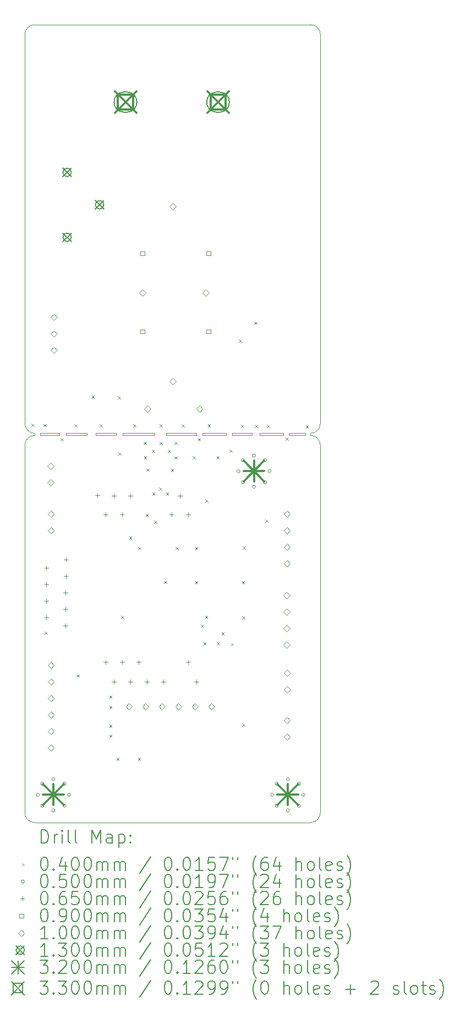
<source format=gbr>
%FSLAX45Y45*%
G04 Gerber Fmt 4.5, Leading zero omitted, Abs format (unit mm)*
G04 Created by KiCad (PCBNEW (6.0.1)) date 2022-02-08 10:08:37*
%MOMM*%
%LPD*%
G01*
G04 APERTURE LIST*
%TA.AperFunction,Profile*%
%ADD10C,0.100000*%
%TD*%
%ADD11C,0.200000*%
%ADD12C,0.040000*%
%ADD13C,0.050000*%
%ADD14C,0.065000*%
%ADD15C,0.090000*%
%ADD16C,0.100000*%
%ADD17C,0.130000*%
%ADD18C,0.320000*%
%ADD19C,0.330000*%
G04 APERTURE END LIST*
D10*
X10838180Y-12411710D02*
X10838180Y-6423660D01*
X13014960Y-12560300D02*
X13477240Y-12560300D01*
X13477240Y-12560300D02*
X13477240Y-12590780D01*
X13477240Y-12590780D02*
X13014960Y-12590780D01*
X13014960Y-12590780D02*
X13014960Y-12560300D01*
X10988040Y-6273801D02*
X15235632Y-6273800D01*
X15234920Y-18549620D02*
X10987328Y-18549620D01*
X15234920Y-12591337D02*
X15234920Y-12560300D01*
X15385492Y-6423659D02*
G75*
G03*
X15235632Y-6273800I-149857J3D01*
G01*
X15384780Y-12741197D02*
G75*
G03*
X15234920Y-12591337I-149860J-1D01*
G01*
X14330680Y-12560300D02*
X14030960Y-12560300D01*
X14030960Y-12560300D02*
X14030960Y-12590780D01*
X14030960Y-12590780D02*
X14330680Y-12590780D01*
X14330680Y-12590780D02*
X14330680Y-12560300D01*
X15385492Y-6423659D02*
X15384780Y-12410440D01*
X10837467Y-18399760D02*
G75*
G03*
X10987328Y-18549620I149860J0D01*
G01*
X11795760Y-12560300D02*
X11468100Y-12560300D01*
X11468100Y-12560300D02*
X11468100Y-12590780D01*
X11468100Y-12590780D02*
X11795760Y-12590780D01*
X11795760Y-12590780D02*
X11795760Y-12560300D01*
X11925300Y-12557760D02*
X12245340Y-12557760D01*
X12245340Y-12557760D02*
X12245340Y-12590780D01*
X12245340Y-12590780D02*
X11925300Y-12590780D01*
X11925300Y-12590780D02*
X11925300Y-12557760D01*
X15384780Y-18399759D02*
X15384780Y-12741197D01*
X10988040Y-12561570D02*
X10988040Y-12592607D01*
X10838180Y-12742467D02*
X10837467Y-18399760D01*
X10988040Y-6273801D02*
G75*
G03*
X10838180Y-6423660I-2J-149858D01*
G01*
X12837160Y-12560300D02*
X12346940Y-12560300D01*
X12346940Y-12560300D02*
X12346940Y-12590780D01*
X12346940Y-12590780D02*
X12837160Y-12590780D01*
X12837160Y-12590780D02*
X12837160Y-12560300D01*
X10838180Y-12411710D02*
G75*
G03*
X10988040Y-12561570I149860J0D01*
G01*
X15151100Y-12560300D02*
X14912340Y-12560300D01*
X14912340Y-12560300D02*
X14912340Y-12593320D01*
X14912340Y-12593320D02*
X15151100Y-12593320D01*
X15151100Y-12593320D02*
X15151100Y-12560300D01*
X11369040Y-12560300D02*
X11074400Y-12560300D01*
X11074400Y-12560300D02*
X11074400Y-12590780D01*
X11074400Y-12590780D02*
X11369040Y-12590780D01*
X11369040Y-12590780D02*
X11369040Y-12560300D01*
X15234920Y-12560300D02*
G75*
G03*
X15384780Y-12410440I0J149860D01*
G01*
X13934440Y-12560300D02*
X13573760Y-12560300D01*
X13573760Y-12560300D02*
X13573760Y-12590780D01*
X13573760Y-12590780D02*
X13934440Y-12590780D01*
X13934440Y-12590780D02*
X13934440Y-12560300D01*
X15234920Y-18549620D02*
G75*
G03*
X15384780Y-18399759I1J149859D01*
G01*
X10988040Y-12592607D02*
G75*
G03*
X10838180Y-12742467I1J-149861D01*
G01*
X14450060Y-12560300D02*
X14818360Y-12560300D01*
X14818360Y-12560300D02*
X14818360Y-12590780D01*
X14818360Y-12590780D02*
X14450060Y-12590780D01*
X14450060Y-12590780D02*
X14450060Y-12560300D01*
D11*
D12*
X10940100Y-12413300D02*
X10980100Y-12453300D01*
X10980100Y-12413300D02*
X10940100Y-12453300D01*
X11128060Y-12418380D02*
X11168060Y-12458380D01*
X11168060Y-12418380D02*
X11128060Y-12458380D01*
X11140760Y-15613700D02*
X11180760Y-15653700D01*
X11180760Y-15613700D02*
X11140760Y-15653700D01*
X11389680Y-12634280D02*
X11429680Y-12674280D01*
X11429680Y-12634280D02*
X11389680Y-12674280D01*
X11597960Y-12420920D02*
X11637960Y-12460920D01*
X11637960Y-12420920D02*
X11597960Y-12460920D01*
X11633520Y-16271560D02*
X11673520Y-16311560D01*
X11673520Y-16271560D02*
X11633520Y-16311560D01*
X11867200Y-11984040D02*
X11907200Y-12024040D01*
X11907200Y-11984040D02*
X11867200Y-12024040D01*
X11991660Y-12423460D02*
X12031660Y-12463460D01*
X12031660Y-12423460D02*
X11991660Y-12463460D01*
X12136440Y-16594140D02*
X12176440Y-16634140D01*
X12176440Y-16594140D02*
X12136440Y-16634140D01*
X12136440Y-16756700D02*
X12176440Y-16796700D01*
X12176440Y-16756700D02*
X12136440Y-16796700D01*
X12136440Y-17048800D02*
X12176440Y-17088800D01*
X12176440Y-17048800D02*
X12136440Y-17088800D01*
X12136440Y-17198660D02*
X12176440Y-17238660D01*
X12176440Y-17198660D02*
X12136440Y-17238660D01*
X12248160Y-17554260D02*
X12288160Y-17594260D01*
X12288160Y-17554260D02*
X12248160Y-17594260D01*
X12271060Y-11989120D02*
X12311060Y-12029120D01*
X12311060Y-11989120D02*
X12271060Y-12029120D01*
X12276140Y-12857800D02*
X12316140Y-12897800D01*
X12316140Y-12857800D02*
X12276140Y-12897800D01*
X12321860Y-15367320D02*
X12361860Y-15407320D01*
X12361860Y-15367320D02*
X12321860Y-15407320D01*
X12441240Y-14153200D02*
X12481240Y-14193200D01*
X12481240Y-14153200D02*
X12441240Y-14193200D01*
X12504740Y-12423460D02*
X12544740Y-12463460D01*
X12544740Y-12423460D02*
X12504740Y-12463460D01*
X12578400Y-17554260D02*
X12618400Y-17594260D01*
X12618400Y-17554260D02*
X12578400Y-17594260D01*
X12583480Y-14308140D02*
X12623480Y-14348140D01*
X12623480Y-14308140D02*
X12583480Y-14348140D01*
X12667300Y-12690160D02*
X12707300Y-12730160D01*
X12707300Y-12690160D02*
X12667300Y-12730160D01*
X12669840Y-12916220D02*
X12709840Y-12956220D01*
X12709840Y-12916220D02*
X12669840Y-12956220D01*
X12696020Y-13803460D02*
X12736020Y-13843460D01*
X12736020Y-13803460D02*
X12696020Y-13843460D01*
X12708440Y-13103680D02*
X12748440Y-13143680D01*
X12748440Y-13103680D02*
X12708440Y-13143680D01*
X12794300Y-12809540D02*
X12834300Y-12849540D01*
X12834300Y-12809540D02*
X12794300Y-12849540D01*
X12796840Y-13469940D02*
X12836840Y-13509940D01*
X12836840Y-13469940D02*
X12796840Y-13509940D01*
X12829860Y-13901740D02*
X12869860Y-13941740D01*
X12869860Y-13901740D02*
X12829860Y-13941740D01*
X12906060Y-13396280D02*
X12946060Y-13436280D01*
X12946060Y-13396280D02*
X12906060Y-13436280D01*
X12913680Y-12423460D02*
X12953680Y-12463460D01*
X12953680Y-12423460D02*
X12913680Y-12463460D01*
X12913680Y-12692700D02*
X12953680Y-12732700D01*
X12953680Y-12692700D02*
X12913680Y-12732700D01*
X12979720Y-14831380D02*
X13019720Y-14871380D01*
X13019720Y-14831380D02*
X12979720Y-14871380D01*
X13010200Y-13472480D02*
X13050200Y-13512480D01*
X13050200Y-13472480D02*
X13010200Y-13512480D01*
X13038140Y-12812080D02*
X13078140Y-12852080D01*
X13078140Y-12812080D02*
X13038140Y-12852080D01*
X13086400Y-13109260D02*
X13126400Y-13149260D01*
X13126400Y-13109260D02*
X13086400Y-13149260D01*
X13139740Y-12695240D02*
X13179740Y-12735240D01*
X13179740Y-12695240D02*
X13139740Y-12735240D01*
X13139740Y-12918760D02*
X13179740Y-12958760D01*
X13179740Y-12918760D02*
X13139740Y-12958760D01*
X13154980Y-14308140D02*
X13194980Y-14348140D01*
X13194980Y-14308140D02*
X13154980Y-14348140D01*
X13251500Y-12423460D02*
X13291500Y-12463460D01*
X13291500Y-12423460D02*
X13251500Y-12463460D01*
X13421680Y-12916220D02*
X13461680Y-12956220D01*
X13461680Y-12916220D02*
X13421680Y-12956220D01*
X13457240Y-14308140D02*
X13497240Y-14348140D01*
X13497240Y-14308140D02*
X13457240Y-14348140D01*
X13457240Y-14833920D02*
X13497240Y-14873920D01*
X13497240Y-14833920D02*
X13457240Y-14873920D01*
X13500420Y-12631740D02*
X13540420Y-12671740D01*
X13540420Y-12631740D02*
X13500420Y-12671740D01*
X13546140Y-15504480D02*
X13586140Y-15544480D01*
X13586140Y-15504480D02*
X13546140Y-15544480D01*
X13584240Y-15778800D02*
X13624240Y-15818800D01*
X13624240Y-15778800D02*
X13584240Y-15818800D01*
X13609640Y-15372400D02*
X13649640Y-15412400D01*
X13649640Y-15372400D02*
X13609640Y-15412400D01*
X13617260Y-13584240D02*
X13657260Y-13624240D01*
X13657260Y-13584240D02*
X13617260Y-13624240D01*
X13652820Y-12423460D02*
X13692820Y-12463460D01*
X13692820Y-12423460D02*
X13652820Y-12463460D01*
X13787440Y-12916220D02*
X13827440Y-12956220D01*
X13827440Y-12916220D02*
X13787440Y-12956220D01*
X13789980Y-15778800D02*
X13829980Y-15818800D01*
X13829980Y-15778800D02*
X13789980Y-15818800D01*
X13863640Y-15626400D02*
X13903640Y-15666400D01*
X13903640Y-15626400D02*
X13863640Y-15666400D01*
X13985560Y-12814620D02*
X14025560Y-12854620D01*
X14025560Y-12814620D02*
X13985560Y-12854620D01*
X14008420Y-15788960D02*
X14048420Y-15828960D01*
X14048420Y-15788960D02*
X14008420Y-15828960D01*
X14132880Y-11119960D02*
X14172880Y-11159960D01*
X14172880Y-11119960D02*
X14132880Y-11159960D01*
X14165900Y-12428540D02*
X14205900Y-12468540D01*
X14205900Y-12428540D02*
X14165900Y-12468540D01*
X14178600Y-14839000D02*
X14218600Y-14879000D01*
X14218600Y-14839000D02*
X14178600Y-14879000D01*
X14183680Y-15377480D02*
X14223680Y-15417480D01*
X14223680Y-15377480D02*
X14183680Y-15417480D01*
X14183680Y-17025940D02*
X14223680Y-17065940D01*
X14223680Y-17025940D02*
X14183680Y-17065940D01*
X14188760Y-14303060D02*
X14228760Y-14343060D01*
X14228760Y-14303060D02*
X14188760Y-14343060D01*
X14367630Y-10843580D02*
X14407630Y-10883580D01*
X14407630Y-10843580D02*
X14367630Y-10883580D01*
X14374180Y-12431080D02*
X14414180Y-12471080D01*
X14414180Y-12431080D02*
X14374180Y-12471080D01*
X14536740Y-13886500D02*
X14576740Y-13926500D01*
X14576740Y-13886500D02*
X14536740Y-13926500D01*
X14564680Y-12433620D02*
X14604680Y-12473620D01*
X14604680Y-12433620D02*
X14564680Y-12473620D01*
X14849160Y-12629200D02*
X14889160Y-12669200D01*
X14889160Y-12629200D02*
X14849160Y-12669200D01*
X15159040Y-12438700D02*
X15199040Y-12478700D01*
X15199040Y-12438700D02*
X15159040Y-12478700D01*
D13*
X11062600Y-18122900D02*
G75*
G03*
X11062600Y-18122900I-25000J0D01*
G01*
X11132894Y-17953194D02*
G75*
G03*
X11132894Y-17953194I-25000J0D01*
G01*
X11132894Y-18292606D02*
G75*
G03*
X11132894Y-18292606I-25000J0D01*
G01*
X11302600Y-17882900D02*
G75*
G03*
X11302600Y-17882900I-25000J0D01*
G01*
X11302600Y-18362900D02*
G75*
G03*
X11302600Y-18362900I-25000J0D01*
G01*
X11472306Y-17953194D02*
G75*
G03*
X11472306Y-17953194I-25000J0D01*
G01*
X11472306Y-18292606D02*
G75*
G03*
X11472306Y-18292606I-25000J0D01*
G01*
X11542600Y-18122900D02*
G75*
G03*
X11542600Y-18122900I-25000J0D01*
G01*
X14148700Y-13144500D02*
G75*
G03*
X14148700Y-13144500I-25000J0D01*
G01*
X14218994Y-12974794D02*
G75*
G03*
X14218994Y-12974794I-25000J0D01*
G01*
X14218994Y-13314206D02*
G75*
G03*
X14218994Y-13314206I-25000J0D01*
G01*
X14388700Y-12904500D02*
G75*
G03*
X14388700Y-12904500I-25000J0D01*
G01*
X14388700Y-13384500D02*
G75*
G03*
X14388700Y-13384500I-25000J0D01*
G01*
X14558406Y-12974794D02*
G75*
G03*
X14558406Y-12974794I-25000J0D01*
G01*
X14558406Y-13314206D02*
G75*
G03*
X14558406Y-13314206I-25000J0D01*
G01*
X14628700Y-13144500D02*
G75*
G03*
X14628700Y-13144500I-25000J0D01*
G01*
X14669400Y-18122900D02*
G75*
G03*
X14669400Y-18122900I-25000J0D01*
G01*
X14739694Y-17953194D02*
G75*
G03*
X14739694Y-17953194I-25000J0D01*
G01*
X14739694Y-18292606D02*
G75*
G03*
X14739694Y-18292606I-25000J0D01*
G01*
X14909400Y-17882900D02*
G75*
G03*
X14909400Y-17882900I-25000J0D01*
G01*
X14909400Y-18362900D02*
G75*
G03*
X14909400Y-18362900I-25000J0D01*
G01*
X15079106Y-17953194D02*
G75*
G03*
X15079106Y-17953194I-25000J0D01*
G01*
X15079106Y-18292606D02*
G75*
G03*
X15079106Y-18292606I-25000J0D01*
G01*
X15149400Y-18122900D02*
G75*
G03*
X15149400Y-18122900I-25000J0D01*
G01*
D14*
X11170920Y-14597900D02*
X11170920Y-14662900D01*
X11138420Y-14630400D02*
X11203420Y-14630400D01*
X11170920Y-15362440D02*
X11170920Y-15427440D01*
X11138420Y-15394940D02*
X11203420Y-15394940D01*
X11170920Y-14851900D02*
X11170920Y-14916900D01*
X11138420Y-14884400D02*
X11203420Y-14884400D01*
X11170920Y-15105900D02*
X11170920Y-15170900D01*
X11138420Y-15138400D02*
X11203420Y-15138400D01*
X11465560Y-15486900D02*
X11465560Y-15551900D01*
X11433060Y-15519400D02*
X11498060Y-15519400D01*
X11465560Y-14978900D02*
X11465560Y-15043900D01*
X11433060Y-15011400D02*
X11498060Y-15011400D01*
X11465560Y-15232900D02*
X11465560Y-15297900D01*
X11433060Y-15265400D02*
X11498060Y-15265400D01*
X11468100Y-14468360D02*
X11468100Y-14533360D01*
X11435600Y-14500860D02*
X11500600Y-14500860D01*
X11468100Y-14724900D02*
X11468100Y-14789900D01*
X11435600Y-14757400D02*
X11500600Y-14757400D01*
X11953240Y-13484880D02*
X11953240Y-13549880D01*
X11920740Y-13517380D02*
X11985740Y-13517380D01*
X12080240Y-16050280D02*
X12080240Y-16115280D01*
X12047740Y-16082780D02*
X12112740Y-16082780D01*
X12080240Y-13779520D02*
X12080240Y-13844520D01*
X12047740Y-13812020D02*
X12112740Y-13812020D01*
X12207240Y-16350000D02*
X12207240Y-16415000D01*
X12174740Y-16382500D02*
X12239740Y-16382500D01*
X12209780Y-13487420D02*
X12209780Y-13552420D01*
X12177280Y-13519920D02*
X12242280Y-13519920D01*
X12331700Y-13779520D02*
X12331700Y-13844520D01*
X12299200Y-13812020D02*
X12364200Y-13812020D01*
X12334240Y-16050280D02*
X12334240Y-16115280D01*
X12301740Y-16082780D02*
X12366740Y-16082780D01*
X12461240Y-13487420D02*
X12461240Y-13552420D01*
X12428740Y-13519920D02*
X12493740Y-13519920D01*
X12461240Y-16350000D02*
X12461240Y-16415000D01*
X12428740Y-16382500D02*
X12493740Y-16382500D01*
X12588240Y-16050280D02*
X12588240Y-16115280D01*
X12555740Y-16082780D02*
X12620740Y-16082780D01*
X12715240Y-16350000D02*
X12715240Y-16415000D01*
X12682740Y-16382500D02*
X12747740Y-16382500D01*
X12969240Y-16350000D02*
X12969240Y-16415000D01*
X12936740Y-16382500D02*
X13001740Y-16382500D01*
X13093700Y-13779520D02*
X13093700Y-13844520D01*
X13061200Y-13812020D02*
X13126200Y-13812020D01*
X13223240Y-13487420D02*
X13223240Y-13552420D01*
X13190740Y-13519920D02*
X13255740Y-13519920D01*
X13352780Y-16050280D02*
X13352780Y-16115280D01*
X13320280Y-16082780D02*
X13385280Y-16082780D01*
X13352780Y-13779520D02*
X13352780Y-13844520D01*
X13320280Y-13812020D02*
X13385280Y-13812020D01*
X13477240Y-16350500D02*
X13477240Y-16415500D01*
X13444740Y-16383000D02*
X13509740Y-16383000D01*
D15*
X12678480Y-9825560D02*
X12678480Y-9761920D01*
X12614840Y-9761920D01*
X12614840Y-9825560D01*
X12678480Y-9825560D01*
X12678480Y-11026980D02*
X12678480Y-10963340D01*
X12614840Y-10963340D01*
X12614840Y-11026980D01*
X12678480Y-11026980D01*
X13694480Y-9825560D02*
X13694480Y-9761920D01*
X13630840Y-9761920D01*
X13630840Y-9825560D01*
X13694480Y-9825560D01*
X13694480Y-11026980D02*
X13694480Y-10963340D01*
X13630840Y-10963340D01*
X13630840Y-11026980D01*
X13694480Y-11026980D01*
D16*
X11237000Y-13116300D02*
X11287000Y-13066300D01*
X11237000Y-13016300D01*
X11187000Y-13066300D01*
X11237000Y-13116300D01*
X11237000Y-13370300D02*
X11287000Y-13320300D01*
X11237000Y-13270300D01*
X11187000Y-13320300D01*
X11237000Y-13370300D01*
X11239500Y-13854900D02*
X11289500Y-13804900D01*
X11239500Y-13754900D01*
X11189500Y-13804900D01*
X11239500Y-13854900D01*
X11239500Y-14108900D02*
X11289500Y-14058900D01*
X11239500Y-14008900D01*
X11189500Y-14058900D01*
X11239500Y-14108900D01*
X11239500Y-16179000D02*
X11289500Y-16129000D01*
X11239500Y-16079000D01*
X11189500Y-16129000D01*
X11239500Y-16179000D01*
X11239500Y-16433000D02*
X11289500Y-16383000D01*
X11239500Y-16333000D01*
X11189500Y-16383000D01*
X11239500Y-16433000D01*
X11239500Y-16687000D02*
X11289500Y-16637000D01*
X11239500Y-16587000D01*
X11189500Y-16637000D01*
X11239500Y-16687000D01*
X11239500Y-16941000D02*
X11289500Y-16891000D01*
X11239500Y-16841000D01*
X11189500Y-16891000D01*
X11239500Y-16941000D01*
X11239500Y-17195000D02*
X11289500Y-17145000D01*
X11239500Y-17095000D01*
X11189500Y-17145000D01*
X11239500Y-17195000D01*
X11239500Y-17449000D02*
X11289500Y-17399000D01*
X11239500Y-17349000D01*
X11189500Y-17399000D01*
X11239500Y-17449000D01*
X11282680Y-10824680D02*
X11332680Y-10774680D01*
X11282680Y-10724680D01*
X11232680Y-10774680D01*
X11282680Y-10824680D01*
X11282680Y-11078680D02*
X11332680Y-11028680D01*
X11282680Y-10978680D01*
X11232680Y-11028680D01*
X11282680Y-11078680D01*
X11282680Y-11332680D02*
X11332680Y-11282680D01*
X11282680Y-11232680D01*
X11232680Y-11282680D01*
X11282680Y-11332680D01*
X12440880Y-16813540D02*
X12490880Y-16763540D01*
X12440880Y-16713540D01*
X12390880Y-16763540D01*
X12440880Y-16813540D01*
X12646660Y-10445720D02*
X12696660Y-10395720D01*
X12646660Y-10345720D01*
X12596660Y-10395720D01*
X12646660Y-10445720D01*
X12694880Y-16813540D02*
X12744880Y-16763540D01*
X12694880Y-16713540D01*
X12644880Y-16763540D01*
X12694880Y-16813540D01*
X12722860Y-12233880D02*
X12772860Y-12183880D01*
X12722860Y-12133880D01*
X12672860Y-12183880D01*
X12722860Y-12233880D01*
X12948880Y-16813540D02*
X12998880Y-16763540D01*
X12948880Y-16713540D01*
X12898880Y-16763540D01*
X12948880Y-16813540D01*
X13116560Y-9119840D02*
X13166560Y-9069840D01*
X13116560Y-9019840D01*
X13066560Y-9069840D01*
X13116560Y-9119840D01*
X13116560Y-11809700D02*
X13166560Y-11759700D01*
X13116560Y-11709700D01*
X13066560Y-11759700D01*
X13116560Y-11809700D01*
X13202880Y-16813540D02*
X13252880Y-16763540D01*
X13202880Y-16713540D01*
X13152880Y-16763540D01*
X13202880Y-16813540D01*
X13456880Y-16813540D02*
X13506880Y-16763540D01*
X13456880Y-16713540D01*
X13406880Y-16763540D01*
X13456880Y-16813540D01*
X13525500Y-12236420D02*
X13575500Y-12186420D01*
X13525500Y-12136420D01*
X13475500Y-12186420D01*
X13525500Y-12236420D01*
X13619480Y-10448260D02*
X13669480Y-10398260D01*
X13619480Y-10348260D01*
X13569480Y-10398260D01*
X13619480Y-10448260D01*
X13710880Y-16813540D02*
X13760880Y-16763540D01*
X13710880Y-16713540D01*
X13660880Y-16763540D01*
X13710880Y-16813540D01*
X14869160Y-15102040D02*
X14919160Y-15052040D01*
X14869160Y-15002040D01*
X14819160Y-15052040D01*
X14869160Y-15102040D01*
X14869160Y-15356040D02*
X14919160Y-15306040D01*
X14869160Y-15256040D01*
X14819160Y-15306040D01*
X14869160Y-15356040D01*
X14869160Y-15610040D02*
X14919160Y-15560040D01*
X14869160Y-15510040D01*
X14819160Y-15560040D01*
X14869160Y-15610040D01*
X14869160Y-15864040D02*
X14919160Y-15814040D01*
X14869160Y-15764040D01*
X14819160Y-15814040D01*
X14869160Y-15864040D01*
X14871700Y-13854900D02*
X14921700Y-13804900D01*
X14871700Y-13754900D01*
X14821700Y-13804900D01*
X14871700Y-13854900D01*
X14871700Y-14108900D02*
X14921700Y-14058900D01*
X14871700Y-14008900D01*
X14821700Y-14058900D01*
X14871700Y-14108900D01*
X14871700Y-14362900D02*
X14921700Y-14312900D01*
X14871700Y-14262900D01*
X14821700Y-14312900D01*
X14871700Y-14362900D01*
X14871700Y-14616900D02*
X14921700Y-14566900D01*
X14871700Y-14516900D01*
X14821700Y-14566900D01*
X14871700Y-14616900D01*
X14871700Y-17029400D02*
X14921700Y-16979400D01*
X14871700Y-16929400D01*
X14821700Y-16979400D01*
X14871700Y-17029400D01*
X14871700Y-17283400D02*
X14921700Y-17233400D01*
X14871700Y-17183400D01*
X14821700Y-17233400D01*
X14871700Y-17283400D01*
X14876780Y-16300920D02*
X14926780Y-16250920D01*
X14876780Y-16200920D01*
X14826780Y-16250920D01*
X14876780Y-16300920D01*
X14876780Y-16554920D02*
X14926780Y-16504920D01*
X14876780Y-16454920D01*
X14826780Y-16504920D01*
X14876780Y-16554920D01*
D17*
X11423420Y-8479940D02*
X11553420Y-8609940D01*
X11553420Y-8479940D02*
X11423420Y-8609940D01*
X11553420Y-8544940D02*
G75*
G03*
X11553420Y-8544940I-65000J0D01*
G01*
X11423420Y-9479940D02*
X11553420Y-9609940D01*
X11553420Y-9479940D02*
X11423420Y-9609940D01*
X11553420Y-9544940D02*
G75*
G03*
X11553420Y-9544940I-65000J0D01*
G01*
X11923420Y-8979940D02*
X12053420Y-9109940D01*
X12053420Y-8979940D02*
X11923420Y-9109940D01*
X12053420Y-9044940D02*
G75*
G03*
X12053420Y-9044940I-65000J0D01*
G01*
D18*
X11117600Y-17962900D02*
X11437600Y-18282900D01*
X11437600Y-17962900D02*
X11117600Y-18282900D01*
X11277600Y-17962900D02*
X11277600Y-18282900D01*
X11117600Y-18122900D02*
X11437600Y-18122900D01*
X14203700Y-12984500D02*
X14523700Y-13304500D01*
X14523700Y-12984500D02*
X14203700Y-13304500D01*
X14363700Y-12984500D02*
X14363700Y-13304500D01*
X14203700Y-13144500D02*
X14523700Y-13144500D01*
X14724400Y-17962900D02*
X15044400Y-18282900D01*
X15044400Y-17962900D02*
X14724400Y-18282900D01*
X14884400Y-17962900D02*
X14884400Y-18282900D01*
X14724400Y-18122900D02*
X15044400Y-18122900D01*
D19*
X12221280Y-7300060D02*
X12551280Y-7630060D01*
X12551280Y-7300060D02*
X12221280Y-7630060D01*
X12502954Y-7581734D02*
X12502954Y-7348386D01*
X12269606Y-7348386D01*
X12269606Y-7581734D01*
X12502954Y-7581734D01*
D11*
X12366280Y-7620060D02*
X12406280Y-7620060D01*
X12366280Y-7310060D02*
X12406280Y-7310060D01*
X12406280Y-7620060D02*
G75*
G03*
X12406280Y-7310060I0J155000D01*
G01*
X12366280Y-7310060D02*
G75*
G03*
X12366280Y-7620060I0J-155000D01*
G01*
D19*
X13646280Y-7300060D02*
X13976280Y-7630060D01*
X13976280Y-7300060D02*
X13646280Y-7630060D01*
X13927954Y-7581734D02*
X13927954Y-7348386D01*
X13694606Y-7348386D01*
X13694606Y-7581734D01*
X13927954Y-7581734D01*
D11*
X13791280Y-7620060D02*
X13831280Y-7620060D01*
X13791280Y-7310060D02*
X13831280Y-7310060D01*
X13831280Y-7620060D02*
G75*
G03*
X13831280Y-7310060I0J155000D01*
G01*
X13791280Y-7310060D02*
G75*
G03*
X13791280Y-7620060I0J-155000D01*
G01*
X11090086Y-18865096D02*
X11090086Y-18665096D01*
X11137705Y-18665096D01*
X11166276Y-18674620D01*
X11185324Y-18693668D01*
X11194848Y-18712715D01*
X11204371Y-18750810D01*
X11204371Y-18779382D01*
X11194848Y-18817477D01*
X11185324Y-18836525D01*
X11166276Y-18855572D01*
X11137705Y-18865096D01*
X11090086Y-18865096D01*
X11290086Y-18865096D02*
X11290086Y-18731763D01*
X11290086Y-18769858D02*
X11299610Y-18750810D01*
X11309133Y-18741287D01*
X11328181Y-18731763D01*
X11347229Y-18731763D01*
X11413895Y-18865096D02*
X11413895Y-18731763D01*
X11413895Y-18665096D02*
X11404371Y-18674620D01*
X11413895Y-18684144D01*
X11423419Y-18674620D01*
X11413895Y-18665096D01*
X11413895Y-18684144D01*
X11537705Y-18865096D02*
X11518657Y-18855572D01*
X11509133Y-18836525D01*
X11509133Y-18665096D01*
X11642467Y-18865096D02*
X11623419Y-18855572D01*
X11613895Y-18836525D01*
X11613895Y-18665096D01*
X11871038Y-18865096D02*
X11871038Y-18665096D01*
X11937705Y-18807953D01*
X12004371Y-18665096D01*
X12004371Y-18865096D01*
X12185324Y-18865096D02*
X12185324Y-18760334D01*
X12175800Y-18741287D01*
X12156752Y-18731763D01*
X12118657Y-18731763D01*
X12099610Y-18741287D01*
X12185324Y-18855572D02*
X12166276Y-18865096D01*
X12118657Y-18865096D01*
X12099610Y-18855572D01*
X12090086Y-18836525D01*
X12090086Y-18817477D01*
X12099610Y-18798429D01*
X12118657Y-18788906D01*
X12166276Y-18788906D01*
X12185324Y-18779382D01*
X12280562Y-18731763D02*
X12280562Y-18931763D01*
X12280562Y-18741287D02*
X12299610Y-18731763D01*
X12337705Y-18731763D01*
X12356752Y-18741287D01*
X12366276Y-18750810D01*
X12375800Y-18769858D01*
X12375800Y-18827001D01*
X12366276Y-18846048D01*
X12356752Y-18855572D01*
X12337705Y-18865096D01*
X12299610Y-18865096D01*
X12280562Y-18855572D01*
X12461514Y-18846048D02*
X12471038Y-18855572D01*
X12461514Y-18865096D01*
X12451991Y-18855572D01*
X12461514Y-18846048D01*
X12461514Y-18865096D01*
X12461514Y-18741287D02*
X12471038Y-18750810D01*
X12461514Y-18760334D01*
X12451991Y-18750810D01*
X12461514Y-18741287D01*
X12461514Y-18760334D01*
D12*
X10792467Y-19174620D02*
X10832467Y-19214620D01*
X10832467Y-19174620D02*
X10792467Y-19214620D01*
D11*
X11128181Y-19085096D02*
X11147229Y-19085096D01*
X11166276Y-19094620D01*
X11175800Y-19104144D01*
X11185324Y-19123191D01*
X11194848Y-19161287D01*
X11194848Y-19208906D01*
X11185324Y-19247001D01*
X11175800Y-19266048D01*
X11166276Y-19275572D01*
X11147229Y-19285096D01*
X11128181Y-19285096D01*
X11109133Y-19275572D01*
X11099610Y-19266048D01*
X11090086Y-19247001D01*
X11080562Y-19208906D01*
X11080562Y-19161287D01*
X11090086Y-19123191D01*
X11099610Y-19104144D01*
X11109133Y-19094620D01*
X11128181Y-19085096D01*
X11280562Y-19266048D02*
X11290086Y-19275572D01*
X11280562Y-19285096D01*
X11271038Y-19275572D01*
X11280562Y-19266048D01*
X11280562Y-19285096D01*
X11461514Y-19151763D02*
X11461514Y-19285096D01*
X11413895Y-19075572D02*
X11366276Y-19218429D01*
X11490086Y-19218429D01*
X11604371Y-19085096D02*
X11623419Y-19085096D01*
X11642467Y-19094620D01*
X11651991Y-19104144D01*
X11661514Y-19123191D01*
X11671038Y-19161287D01*
X11671038Y-19208906D01*
X11661514Y-19247001D01*
X11651991Y-19266048D01*
X11642467Y-19275572D01*
X11623419Y-19285096D01*
X11604371Y-19285096D01*
X11585324Y-19275572D01*
X11575800Y-19266048D01*
X11566276Y-19247001D01*
X11556752Y-19208906D01*
X11556752Y-19161287D01*
X11566276Y-19123191D01*
X11575800Y-19104144D01*
X11585324Y-19094620D01*
X11604371Y-19085096D01*
X11794848Y-19085096D02*
X11813895Y-19085096D01*
X11832943Y-19094620D01*
X11842467Y-19104144D01*
X11851991Y-19123191D01*
X11861514Y-19161287D01*
X11861514Y-19208906D01*
X11851991Y-19247001D01*
X11842467Y-19266048D01*
X11832943Y-19275572D01*
X11813895Y-19285096D01*
X11794848Y-19285096D01*
X11775800Y-19275572D01*
X11766276Y-19266048D01*
X11756752Y-19247001D01*
X11747229Y-19208906D01*
X11747229Y-19161287D01*
X11756752Y-19123191D01*
X11766276Y-19104144D01*
X11775800Y-19094620D01*
X11794848Y-19085096D01*
X11947229Y-19285096D02*
X11947229Y-19151763D01*
X11947229Y-19170810D02*
X11956752Y-19161287D01*
X11975800Y-19151763D01*
X12004371Y-19151763D01*
X12023419Y-19161287D01*
X12032943Y-19180334D01*
X12032943Y-19285096D01*
X12032943Y-19180334D02*
X12042467Y-19161287D01*
X12061514Y-19151763D01*
X12090086Y-19151763D01*
X12109133Y-19161287D01*
X12118657Y-19180334D01*
X12118657Y-19285096D01*
X12213895Y-19285096D02*
X12213895Y-19151763D01*
X12213895Y-19170810D02*
X12223419Y-19161287D01*
X12242467Y-19151763D01*
X12271038Y-19151763D01*
X12290086Y-19161287D01*
X12299610Y-19180334D01*
X12299610Y-19285096D01*
X12299610Y-19180334D02*
X12309133Y-19161287D01*
X12328181Y-19151763D01*
X12356752Y-19151763D01*
X12375800Y-19161287D01*
X12385324Y-19180334D01*
X12385324Y-19285096D01*
X12775800Y-19075572D02*
X12604371Y-19332715D01*
X13032943Y-19085096D02*
X13051991Y-19085096D01*
X13071038Y-19094620D01*
X13080562Y-19104144D01*
X13090086Y-19123191D01*
X13099610Y-19161287D01*
X13099610Y-19208906D01*
X13090086Y-19247001D01*
X13080562Y-19266048D01*
X13071038Y-19275572D01*
X13051991Y-19285096D01*
X13032943Y-19285096D01*
X13013895Y-19275572D01*
X13004371Y-19266048D01*
X12994848Y-19247001D01*
X12985324Y-19208906D01*
X12985324Y-19161287D01*
X12994848Y-19123191D01*
X13004371Y-19104144D01*
X13013895Y-19094620D01*
X13032943Y-19085096D01*
X13185324Y-19266048D02*
X13194848Y-19275572D01*
X13185324Y-19285096D01*
X13175800Y-19275572D01*
X13185324Y-19266048D01*
X13185324Y-19285096D01*
X13318657Y-19085096D02*
X13337705Y-19085096D01*
X13356752Y-19094620D01*
X13366276Y-19104144D01*
X13375800Y-19123191D01*
X13385324Y-19161287D01*
X13385324Y-19208906D01*
X13375800Y-19247001D01*
X13366276Y-19266048D01*
X13356752Y-19275572D01*
X13337705Y-19285096D01*
X13318657Y-19285096D01*
X13299610Y-19275572D01*
X13290086Y-19266048D01*
X13280562Y-19247001D01*
X13271038Y-19208906D01*
X13271038Y-19161287D01*
X13280562Y-19123191D01*
X13290086Y-19104144D01*
X13299610Y-19094620D01*
X13318657Y-19085096D01*
X13575800Y-19285096D02*
X13461514Y-19285096D01*
X13518657Y-19285096D02*
X13518657Y-19085096D01*
X13499610Y-19113668D01*
X13480562Y-19132715D01*
X13461514Y-19142239D01*
X13756752Y-19085096D02*
X13661514Y-19085096D01*
X13651991Y-19180334D01*
X13661514Y-19170810D01*
X13680562Y-19161287D01*
X13728181Y-19161287D01*
X13747229Y-19170810D01*
X13756752Y-19180334D01*
X13766276Y-19199382D01*
X13766276Y-19247001D01*
X13756752Y-19266048D01*
X13747229Y-19275572D01*
X13728181Y-19285096D01*
X13680562Y-19285096D01*
X13661514Y-19275572D01*
X13651991Y-19266048D01*
X13832943Y-19085096D02*
X13966276Y-19085096D01*
X13880562Y-19285096D01*
X14032943Y-19085096D02*
X14032943Y-19123191D01*
X14109133Y-19085096D02*
X14109133Y-19123191D01*
X14404371Y-19361287D02*
X14394848Y-19351763D01*
X14375800Y-19323191D01*
X14366276Y-19304144D01*
X14356752Y-19275572D01*
X14347229Y-19227953D01*
X14347229Y-19189858D01*
X14356752Y-19142239D01*
X14366276Y-19113668D01*
X14375800Y-19094620D01*
X14394848Y-19066048D01*
X14404371Y-19056525D01*
X14566276Y-19085096D02*
X14528181Y-19085096D01*
X14509133Y-19094620D01*
X14499610Y-19104144D01*
X14480562Y-19132715D01*
X14471038Y-19170810D01*
X14471038Y-19247001D01*
X14480562Y-19266048D01*
X14490086Y-19275572D01*
X14509133Y-19285096D01*
X14547229Y-19285096D01*
X14566276Y-19275572D01*
X14575800Y-19266048D01*
X14585324Y-19247001D01*
X14585324Y-19199382D01*
X14575800Y-19180334D01*
X14566276Y-19170810D01*
X14547229Y-19161287D01*
X14509133Y-19161287D01*
X14490086Y-19170810D01*
X14480562Y-19180334D01*
X14471038Y-19199382D01*
X14756752Y-19151763D02*
X14756752Y-19285096D01*
X14709133Y-19075572D02*
X14661514Y-19218429D01*
X14785324Y-19218429D01*
X15013895Y-19285096D02*
X15013895Y-19085096D01*
X15099610Y-19285096D02*
X15099610Y-19180334D01*
X15090086Y-19161287D01*
X15071038Y-19151763D01*
X15042467Y-19151763D01*
X15023419Y-19161287D01*
X15013895Y-19170810D01*
X15223419Y-19285096D02*
X15204371Y-19275572D01*
X15194848Y-19266048D01*
X15185324Y-19247001D01*
X15185324Y-19189858D01*
X15194848Y-19170810D01*
X15204371Y-19161287D01*
X15223419Y-19151763D01*
X15251991Y-19151763D01*
X15271038Y-19161287D01*
X15280562Y-19170810D01*
X15290086Y-19189858D01*
X15290086Y-19247001D01*
X15280562Y-19266048D01*
X15271038Y-19275572D01*
X15251991Y-19285096D01*
X15223419Y-19285096D01*
X15404371Y-19285096D02*
X15385324Y-19275572D01*
X15375800Y-19256525D01*
X15375800Y-19085096D01*
X15556752Y-19275572D02*
X15537705Y-19285096D01*
X15499610Y-19285096D01*
X15480562Y-19275572D01*
X15471038Y-19256525D01*
X15471038Y-19180334D01*
X15480562Y-19161287D01*
X15499610Y-19151763D01*
X15537705Y-19151763D01*
X15556752Y-19161287D01*
X15566276Y-19180334D01*
X15566276Y-19199382D01*
X15471038Y-19218429D01*
X15642467Y-19275572D02*
X15661514Y-19285096D01*
X15699610Y-19285096D01*
X15718657Y-19275572D01*
X15728181Y-19256525D01*
X15728181Y-19247001D01*
X15718657Y-19227953D01*
X15699610Y-19218429D01*
X15671038Y-19218429D01*
X15651991Y-19208906D01*
X15642467Y-19189858D01*
X15642467Y-19180334D01*
X15651991Y-19161287D01*
X15671038Y-19151763D01*
X15699610Y-19151763D01*
X15718657Y-19161287D01*
X15794848Y-19361287D02*
X15804371Y-19351763D01*
X15823419Y-19323191D01*
X15832943Y-19304144D01*
X15842467Y-19275572D01*
X15851991Y-19227953D01*
X15851991Y-19189858D01*
X15842467Y-19142239D01*
X15832943Y-19113668D01*
X15823419Y-19094620D01*
X15804371Y-19066048D01*
X15794848Y-19056525D01*
D13*
X10832467Y-19458620D02*
G75*
G03*
X10832467Y-19458620I-25000J0D01*
G01*
D11*
X11128181Y-19349096D02*
X11147229Y-19349096D01*
X11166276Y-19358620D01*
X11175800Y-19368144D01*
X11185324Y-19387191D01*
X11194848Y-19425287D01*
X11194848Y-19472906D01*
X11185324Y-19511001D01*
X11175800Y-19530048D01*
X11166276Y-19539572D01*
X11147229Y-19549096D01*
X11128181Y-19549096D01*
X11109133Y-19539572D01*
X11099610Y-19530048D01*
X11090086Y-19511001D01*
X11080562Y-19472906D01*
X11080562Y-19425287D01*
X11090086Y-19387191D01*
X11099610Y-19368144D01*
X11109133Y-19358620D01*
X11128181Y-19349096D01*
X11280562Y-19530048D02*
X11290086Y-19539572D01*
X11280562Y-19549096D01*
X11271038Y-19539572D01*
X11280562Y-19530048D01*
X11280562Y-19549096D01*
X11471038Y-19349096D02*
X11375800Y-19349096D01*
X11366276Y-19444334D01*
X11375800Y-19434810D01*
X11394848Y-19425287D01*
X11442467Y-19425287D01*
X11461514Y-19434810D01*
X11471038Y-19444334D01*
X11480562Y-19463382D01*
X11480562Y-19511001D01*
X11471038Y-19530048D01*
X11461514Y-19539572D01*
X11442467Y-19549096D01*
X11394848Y-19549096D01*
X11375800Y-19539572D01*
X11366276Y-19530048D01*
X11604371Y-19349096D02*
X11623419Y-19349096D01*
X11642467Y-19358620D01*
X11651991Y-19368144D01*
X11661514Y-19387191D01*
X11671038Y-19425287D01*
X11671038Y-19472906D01*
X11661514Y-19511001D01*
X11651991Y-19530048D01*
X11642467Y-19539572D01*
X11623419Y-19549096D01*
X11604371Y-19549096D01*
X11585324Y-19539572D01*
X11575800Y-19530048D01*
X11566276Y-19511001D01*
X11556752Y-19472906D01*
X11556752Y-19425287D01*
X11566276Y-19387191D01*
X11575800Y-19368144D01*
X11585324Y-19358620D01*
X11604371Y-19349096D01*
X11794848Y-19349096D02*
X11813895Y-19349096D01*
X11832943Y-19358620D01*
X11842467Y-19368144D01*
X11851991Y-19387191D01*
X11861514Y-19425287D01*
X11861514Y-19472906D01*
X11851991Y-19511001D01*
X11842467Y-19530048D01*
X11832943Y-19539572D01*
X11813895Y-19549096D01*
X11794848Y-19549096D01*
X11775800Y-19539572D01*
X11766276Y-19530048D01*
X11756752Y-19511001D01*
X11747229Y-19472906D01*
X11747229Y-19425287D01*
X11756752Y-19387191D01*
X11766276Y-19368144D01*
X11775800Y-19358620D01*
X11794848Y-19349096D01*
X11947229Y-19549096D02*
X11947229Y-19415763D01*
X11947229Y-19434810D02*
X11956752Y-19425287D01*
X11975800Y-19415763D01*
X12004371Y-19415763D01*
X12023419Y-19425287D01*
X12032943Y-19444334D01*
X12032943Y-19549096D01*
X12032943Y-19444334D02*
X12042467Y-19425287D01*
X12061514Y-19415763D01*
X12090086Y-19415763D01*
X12109133Y-19425287D01*
X12118657Y-19444334D01*
X12118657Y-19549096D01*
X12213895Y-19549096D02*
X12213895Y-19415763D01*
X12213895Y-19434810D02*
X12223419Y-19425287D01*
X12242467Y-19415763D01*
X12271038Y-19415763D01*
X12290086Y-19425287D01*
X12299610Y-19444334D01*
X12299610Y-19549096D01*
X12299610Y-19444334D02*
X12309133Y-19425287D01*
X12328181Y-19415763D01*
X12356752Y-19415763D01*
X12375800Y-19425287D01*
X12385324Y-19444334D01*
X12385324Y-19549096D01*
X12775800Y-19339572D02*
X12604371Y-19596715D01*
X13032943Y-19349096D02*
X13051991Y-19349096D01*
X13071038Y-19358620D01*
X13080562Y-19368144D01*
X13090086Y-19387191D01*
X13099610Y-19425287D01*
X13099610Y-19472906D01*
X13090086Y-19511001D01*
X13080562Y-19530048D01*
X13071038Y-19539572D01*
X13051991Y-19549096D01*
X13032943Y-19549096D01*
X13013895Y-19539572D01*
X13004371Y-19530048D01*
X12994848Y-19511001D01*
X12985324Y-19472906D01*
X12985324Y-19425287D01*
X12994848Y-19387191D01*
X13004371Y-19368144D01*
X13013895Y-19358620D01*
X13032943Y-19349096D01*
X13185324Y-19530048D02*
X13194848Y-19539572D01*
X13185324Y-19549096D01*
X13175800Y-19539572D01*
X13185324Y-19530048D01*
X13185324Y-19549096D01*
X13318657Y-19349096D02*
X13337705Y-19349096D01*
X13356752Y-19358620D01*
X13366276Y-19368144D01*
X13375800Y-19387191D01*
X13385324Y-19425287D01*
X13385324Y-19472906D01*
X13375800Y-19511001D01*
X13366276Y-19530048D01*
X13356752Y-19539572D01*
X13337705Y-19549096D01*
X13318657Y-19549096D01*
X13299610Y-19539572D01*
X13290086Y-19530048D01*
X13280562Y-19511001D01*
X13271038Y-19472906D01*
X13271038Y-19425287D01*
X13280562Y-19387191D01*
X13290086Y-19368144D01*
X13299610Y-19358620D01*
X13318657Y-19349096D01*
X13575800Y-19549096D02*
X13461514Y-19549096D01*
X13518657Y-19549096D02*
X13518657Y-19349096D01*
X13499610Y-19377668D01*
X13480562Y-19396715D01*
X13461514Y-19406239D01*
X13671038Y-19549096D02*
X13709133Y-19549096D01*
X13728181Y-19539572D01*
X13737705Y-19530048D01*
X13756752Y-19501477D01*
X13766276Y-19463382D01*
X13766276Y-19387191D01*
X13756752Y-19368144D01*
X13747229Y-19358620D01*
X13728181Y-19349096D01*
X13690086Y-19349096D01*
X13671038Y-19358620D01*
X13661514Y-19368144D01*
X13651991Y-19387191D01*
X13651991Y-19434810D01*
X13661514Y-19453858D01*
X13671038Y-19463382D01*
X13690086Y-19472906D01*
X13728181Y-19472906D01*
X13747229Y-19463382D01*
X13756752Y-19453858D01*
X13766276Y-19434810D01*
X13832943Y-19349096D02*
X13966276Y-19349096D01*
X13880562Y-19549096D01*
X14032943Y-19349096D02*
X14032943Y-19387191D01*
X14109133Y-19349096D02*
X14109133Y-19387191D01*
X14404371Y-19625287D02*
X14394848Y-19615763D01*
X14375800Y-19587191D01*
X14366276Y-19568144D01*
X14356752Y-19539572D01*
X14347229Y-19491953D01*
X14347229Y-19453858D01*
X14356752Y-19406239D01*
X14366276Y-19377668D01*
X14375800Y-19358620D01*
X14394848Y-19330048D01*
X14404371Y-19320525D01*
X14471038Y-19368144D02*
X14480562Y-19358620D01*
X14499610Y-19349096D01*
X14547229Y-19349096D01*
X14566276Y-19358620D01*
X14575800Y-19368144D01*
X14585324Y-19387191D01*
X14585324Y-19406239D01*
X14575800Y-19434810D01*
X14461514Y-19549096D01*
X14585324Y-19549096D01*
X14756752Y-19415763D02*
X14756752Y-19549096D01*
X14709133Y-19339572D02*
X14661514Y-19482429D01*
X14785324Y-19482429D01*
X15013895Y-19549096D02*
X15013895Y-19349096D01*
X15099610Y-19549096D02*
X15099610Y-19444334D01*
X15090086Y-19425287D01*
X15071038Y-19415763D01*
X15042467Y-19415763D01*
X15023419Y-19425287D01*
X15013895Y-19434810D01*
X15223419Y-19549096D02*
X15204371Y-19539572D01*
X15194848Y-19530048D01*
X15185324Y-19511001D01*
X15185324Y-19453858D01*
X15194848Y-19434810D01*
X15204371Y-19425287D01*
X15223419Y-19415763D01*
X15251991Y-19415763D01*
X15271038Y-19425287D01*
X15280562Y-19434810D01*
X15290086Y-19453858D01*
X15290086Y-19511001D01*
X15280562Y-19530048D01*
X15271038Y-19539572D01*
X15251991Y-19549096D01*
X15223419Y-19549096D01*
X15404371Y-19549096D02*
X15385324Y-19539572D01*
X15375800Y-19520525D01*
X15375800Y-19349096D01*
X15556752Y-19539572D02*
X15537705Y-19549096D01*
X15499610Y-19549096D01*
X15480562Y-19539572D01*
X15471038Y-19520525D01*
X15471038Y-19444334D01*
X15480562Y-19425287D01*
X15499610Y-19415763D01*
X15537705Y-19415763D01*
X15556752Y-19425287D01*
X15566276Y-19444334D01*
X15566276Y-19463382D01*
X15471038Y-19482429D01*
X15642467Y-19539572D02*
X15661514Y-19549096D01*
X15699610Y-19549096D01*
X15718657Y-19539572D01*
X15728181Y-19520525D01*
X15728181Y-19511001D01*
X15718657Y-19491953D01*
X15699610Y-19482429D01*
X15671038Y-19482429D01*
X15651991Y-19472906D01*
X15642467Y-19453858D01*
X15642467Y-19444334D01*
X15651991Y-19425287D01*
X15671038Y-19415763D01*
X15699610Y-19415763D01*
X15718657Y-19425287D01*
X15794848Y-19625287D02*
X15804371Y-19615763D01*
X15823419Y-19587191D01*
X15832943Y-19568144D01*
X15842467Y-19539572D01*
X15851991Y-19491953D01*
X15851991Y-19453858D01*
X15842467Y-19406239D01*
X15832943Y-19377668D01*
X15823419Y-19358620D01*
X15804371Y-19330048D01*
X15794848Y-19320525D01*
D14*
X10799967Y-19690120D02*
X10799967Y-19755120D01*
X10767467Y-19722620D02*
X10832467Y-19722620D01*
D11*
X11128181Y-19613096D02*
X11147229Y-19613096D01*
X11166276Y-19622620D01*
X11175800Y-19632144D01*
X11185324Y-19651191D01*
X11194848Y-19689287D01*
X11194848Y-19736906D01*
X11185324Y-19775001D01*
X11175800Y-19794048D01*
X11166276Y-19803572D01*
X11147229Y-19813096D01*
X11128181Y-19813096D01*
X11109133Y-19803572D01*
X11099610Y-19794048D01*
X11090086Y-19775001D01*
X11080562Y-19736906D01*
X11080562Y-19689287D01*
X11090086Y-19651191D01*
X11099610Y-19632144D01*
X11109133Y-19622620D01*
X11128181Y-19613096D01*
X11280562Y-19794048D02*
X11290086Y-19803572D01*
X11280562Y-19813096D01*
X11271038Y-19803572D01*
X11280562Y-19794048D01*
X11280562Y-19813096D01*
X11461514Y-19613096D02*
X11423419Y-19613096D01*
X11404371Y-19622620D01*
X11394848Y-19632144D01*
X11375800Y-19660715D01*
X11366276Y-19698810D01*
X11366276Y-19775001D01*
X11375800Y-19794048D01*
X11385324Y-19803572D01*
X11404371Y-19813096D01*
X11442467Y-19813096D01*
X11461514Y-19803572D01*
X11471038Y-19794048D01*
X11480562Y-19775001D01*
X11480562Y-19727382D01*
X11471038Y-19708334D01*
X11461514Y-19698810D01*
X11442467Y-19689287D01*
X11404371Y-19689287D01*
X11385324Y-19698810D01*
X11375800Y-19708334D01*
X11366276Y-19727382D01*
X11661514Y-19613096D02*
X11566276Y-19613096D01*
X11556752Y-19708334D01*
X11566276Y-19698810D01*
X11585324Y-19689287D01*
X11632943Y-19689287D01*
X11651991Y-19698810D01*
X11661514Y-19708334D01*
X11671038Y-19727382D01*
X11671038Y-19775001D01*
X11661514Y-19794048D01*
X11651991Y-19803572D01*
X11632943Y-19813096D01*
X11585324Y-19813096D01*
X11566276Y-19803572D01*
X11556752Y-19794048D01*
X11794848Y-19613096D02*
X11813895Y-19613096D01*
X11832943Y-19622620D01*
X11842467Y-19632144D01*
X11851991Y-19651191D01*
X11861514Y-19689287D01*
X11861514Y-19736906D01*
X11851991Y-19775001D01*
X11842467Y-19794048D01*
X11832943Y-19803572D01*
X11813895Y-19813096D01*
X11794848Y-19813096D01*
X11775800Y-19803572D01*
X11766276Y-19794048D01*
X11756752Y-19775001D01*
X11747229Y-19736906D01*
X11747229Y-19689287D01*
X11756752Y-19651191D01*
X11766276Y-19632144D01*
X11775800Y-19622620D01*
X11794848Y-19613096D01*
X11947229Y-19813096D02*
X11947229Y-19679763D01*
X11947229Y-19698810D02*
X11956752Y-19689287D01*
X11975800Y-19679763D01*
X12004371Y-19679763D01*
X12023419Y-19689287D01*
X12032943Y-19708334D01*
X12032943Y-19813096D01*
X12032943Y-19708334D02*
X12042467Y-19689287D01*
X12061514Y-19679763D01*
X12090086Y-19679763D01*
X12109133Y-19689287D01*
X12118657Y-19708334D01*
X12118657Y-19813096D01*
X12213895Y-19813096D02*
X12213895Y-19679763D01*
X12213895Y-19698810D02*
X12223419Y-19689287D01*
X12242467Y-19679763D01*
X12271038Y-19679763D01*
X12290086Y-19689287D01*
X12299610Y-19708334D01*
X12299610Y-19813096D01*
X12299610Y-19708334D02*
X12309133Y-19689287D01*
X12328181Y-19679763D01*
X12356752Y-19679763D01*
X12375800Y-19689287D01*
X12385324Y-19708334D01*
X12385324Y-19813096D01*
X12775800Y-19603572D02*
X12604371Y-19860715D01*
X13032943Y-19613096D02*
X13051991Y-19613096D01*
X13071038Y-19622620D01*
X13080562Y-19632144D01*
X13090086Y-19651191D01*
X13099610Y-19689287D01*
X13099610Y-19736906D01*
X13090086Y-19775001D01*
X13080562Y-19794048D01*
X13071038Y-19803572D01*
X13051991Y-19813096D01*
X13032943Y-19813096D01*
X13013895Y-19803572D01*
X13004371Y-19794048D01*
X12994848Y-19775001D01*
X12985324Y-19736906D01*
X12985324Y-19689287D01*
X12994848Y-19651191D01*
X13004371Y-19632144D01*
X13013895Y-19622620D01*
X13032943Y-19613096D01*
X13185324Y-19794048D02*
X13194848Y-19803572D01*
X13185324Y-19813096D01*
X13175800Y-19803572D01*
X13185324Y-19794048D01*
X13185324Y-19813096D01*
X13318657Y-19613096D02*
X13337705Y-19613096D01*
X13356752Y-19622620D01*
X13366276Y-19632144D01*
X13375800Y-19651191D01*
X13385324Y-19689287D01*
X13385324Y-19736906D01*
X13375800Y-19775001D01*
X13366276Y-19794048D01*
X13356752Y-19803572D01*
X13337705Y-19813096D01*
X13318657Y-19813096D01*
X13299610Y-19803572D01*
X13290086Y-19794048D01*
X13280562Y-19775001D01*
X13271038Y-19736906D01*
X13271038Y-19689287D01*
X13280562Y-19651191D01*
X13290086Y-19632144D01*
X13299610Y-19622620D01*
X13318657Y-19613096D01*
X13461514Y-19632144D02*
X13471038Y-19622620D01*
X13490086Y-19613096D01*
X13537705Y-19613096D01*
X13556752Y-19622620D01*
X13566276Y-19632144D01*
X13575800Y-19651191D01*
X13575800Y-19670239D01*
X13566276Y-19698810D01*
X13451991Y-19813096D01*
X13575800Y-19813096D01*
X13756752Y-19613096D02*
X13661514Y-19613096D01*
X13651991Y-19708334D01*
X13661514Y-19698810D01*
X13680562Y-19689287D01*
X13728181Y-19689287D01*
X13747229Y-19698810D01*
X13756752Y-19708334D01*
X13766276Y-19727382D01*
X13766276Y-19775001D01*
X13756752Y-19794048D01*
X13747229Y-19803572D01*
X13728181Y-19813096D01*
X13680562Y-19813096D01*
X13661514Y-19803572D01*
X13651991Y-19794048D01*
X13937705Y-19613096D02*
X13899610Y-19613096D01*
X13880562Y-19622620D01*
X13871038Y-19632144D01*
X13851991Y-19660715D01*
X13842467Y-19698810D01*
X13842467Y-19775001D01*
X13851991Y-19794048D01*
X13861514Y-19803572D01*
X13880562Y-19813096D01*
X13918657Y-19813096D01*
X13937705Y-19803572D01*
X13947229Y-19794048D01*
X13956752Y-19775001D01*
X13956752Y-19727382D01*
X13947229Y-19708334D01*
X13937705Y-19698810D01*
X13918657Y-19689287D01*
X13880562Y-19689287D01*
X13861514Y-19698810D01*
X13851991Y-19708334D01*
X13842467Y-19727382D01*
X14032943Y-19613096D02*
X14032943Y-19651191D01*
X14109133Y-19613096D02*
X14109133Y-19651191D01*
X14404371Y-19889287D02*
X14394848Y-19879763D01*
X14375800Y-19851191D01*
X14366276Y-19832144D01*
X14356752Y-19803572D01*
X14347229Y-19755953D01*
X14347229Y-19717858D01*
X14356752Y-19670239D01*
X14366276Y-19641668D01*
X14375800Y-19622620D01*
X14394848Y-19594048D01*
X14404371Y-19584525D01*
X14471038Y-19632144D02*
X14480562Y-19622620D01*
X14499610Y-19613096D01*
X14547229Y-19613096D01*
X14566276Y-19622620D01*
X14575800Y-19632144D01*
X14585324Y-19651191D01*
X14585324Y-19670239D01*
X14575800Y-19698810D01*
X14461514Y-19813096D01*
X14585324Y-19813096D01*
X14756752Y-19613096D02*
X14718657Y-19613096D01*
X14699610Y-19622620D01*
X14690086Y-19632144D01*
X14671038Y-19660715D01*
X14661514Y-19698810D01*
X14661514Y-19775001D01*
X14671038Y-19794048D01*
X14680562Y-19803572D01*
X14699610Y-19813096D01*
X14737705Y-19813096D01*
X14756752Y-19803572D01*
X14766276Y-19794048D01*
X14775800Y-19775001D01*
X14775800Y-19727382D01*
X14766276Y-19708334D01*
X14756752Y-19698810D01*
X14737705Y-19689287D01*
X14699610Y-19689287D01*
X14680562Y-19698810D01*
X14671038Y-19708334D01*
X14661514Y-19727382D01*
X15013895Y-19813096D02*
X15013895Y-19613096D01*
X15099610Y-19813096D02*
X15099610Y-19708334D01*
X15090086Y-19689287D01*
X15071038Y-19679763D01*
X15042467Y-19679763D01*
X15023419Y-19689287D01*
X15013895Y-19698810D01*
X15223419Y-19813096D02*
X15204371Y-19803572D01*
X15194848Y-19794048D01*
X15185324Y-19775001D01*
X15185324Y-19717858D01*
X15194848Y-19698810D01*
X15204371Y-19689287D01*
X15223419Y-19679763D01*
X15251991Y-19679763D01*
X15271038Y-19689287D01*
X15280562Y-19698810D01*
X15290086Y-19717858D01*
X15290086Y-19775001D01*
X15280562Y-19794048D01*
X15271038Y-19803572D01*
X15251991Y-19813096D01*
X15223419Y-19813096D01*
X15404371Y-19813096D02*
X15385324Y-19803572D01*
X15375800Y-19784525D01*
X15375800Y-19613096D01*
X15556752Y-19803572D02*
X15537705Y-19813096D01*
X15499610Y-19813096D01*
X15480562Y-19803572D01*
X15471038Y-19784525D01*
X15471038Y-19708334D01*
X15480562Y-19689287D01*
X15499610Y-19679763D01*
X15537705Y-19679763D01*
X15556752Y-19689287D01*
X15566276Y-19708334D01*
X15566276Y-19727382D01*
X15471038Y-19746429D01*
X15642467Y-19803572D02*
X15661514Y-19813096D01*
X15699610Y-19813096D01*
X15718657Y-19803572D01*
X15728181Y-19784525D01*
X15728181Y-19775001D01*
X15718657Y-19755953D01*
X15699610Y-19746429D01*
X15671038Y-19746429D01*
X15651991Y-19736906D01*
X15642467Y-19717858D01*
X15642467Y-19708334D01*
X15651991Y-19689287D01*
X15671038Y-19679763D01*
X15699610Y-19679763D01*
X15718657Y-19689287D01*
X15794848Y-19889287D02*
X15804371Y-19879763D01*
X15823419Y-19851191D01*
X15832943Y-19832144D01*
X15842467Y-19803572D01*
X15851991Y-19755953D01*
X15851991Y-19717858D01*
X15842467Y-19670239D01*
X15832943Y-19641668D01*
X15823419Y-19622620D01*
X15804371Y-19594048D01*
X15794848Y-19584525D01*
D15*
X10819287Y-20018440D02*
X10819287Y-19954800D01*
X10755647Y-19954800D01*
X10755647Y-20018440D01*
X10819287Y-20018440D01*
D11*
X11128181Y-19877096D02*
X11147229Y-19877096D01*
X11166276Y-19886620D01*
X11175800Y-19896144D01*
X11185324Y-19915191D01*
X11194848Y-19953287D01*
X11194848Y-20000906D01*
X11185324Y-20039001D01*
X11175800Y-20058048D01*
X11166276Y-20067572D01*
X11147229Y-20077096D01*
X11128181Y-20077096D01*
X11109133Y-20067572D01*
X11099610Y-20058048D01*
X11090086Y-20039001D01*
X11080562Y-20000906D01*
X11080562Y-19953287D01*
X11090086Y-19915191D01*
X11099610Y-19896144D01*
X11109133Y-19886620D01*
X11128181Y-19877096D01*
X11280562Y-20058048D02*
X11290086Y-20067572D01*
X11280562Y-20077096D01*
X11271038Y-20067572D01*
X11280562Y-20058048D01*
X11280562Y-20077096D01*
X11385324Y-20077096D02*
X11423419Y-20077096D01*
X11442467Y-20067572D01*
X11451991Y-20058048D01*
X11471038Y-20029477D01*
X11480562Y-19991382D01*
X11480562Y-19915191D01*
X11471038Y-19896144D01*
X11461514Y-19886620D01*
X11442467Y-19877096D01*
X11404371Y-19877096D01*
X11385324Y-19886620D01*
X11375800Y-19896144D01*
X11366276Y-19915191D01*
X11366276Y-19962810D01*
X11375800Y-19981858D01*
X11385324Y-19991382D01*
X11404371Y-20000906D01*
X11442467Y-20000906D01*
X11461514Y-19991382D01*
X11471038Y-19981858D01*
X11480562Y-19962810D01*
X11604371Y-19877096D02*
X11623419Y-19877096D01*
X11642467Y-19886620D01*
X11651991Y-19896144D01*
X11661514Y-19915191D01*
X11671038Y-19953287D01*
X11671038Y-20000906D01*
X11661514Y-20039001D01*
X11651991Y-20058048D01*
X11642467Y-20067572D01*
X11623419Y-20077096D01*
X11604371Y-20077096D01*
X11585324Y-20067572D01*
X11575800Y-20058048D01*
X11566276Y-20039001D01*
X11556752Y-20000906D01*
X11556752Y-19953287D01*
X11566276Y-19915191D01*
X11575800Y-19896144D01*
X11585324Y-19886620D01*
X11604371Y-19877096D01*
X11794848Y-19877096D02*
X11813895Y-19877096D01*
X11832943Y-19886620D01*
X11842467Y-19896144D01*
X11851991Y-19915191D01*
X11861514Y-19953287D01*
X11861514Y-20000906D01*
X11851991Y-20039001D01*
X11842467Y-20058048D01*
X11832943Y-20067572D01*
X11813895Y-20077096D01*
X11794848Y-20077096D01*
X11775800Y-20067572D01*
X11766276Y-20058048D01*
X11756752Y-20039001D01*
X11747229Y-20000906D01*
X11747229Y-19953287D01*
X11756752Y-19915191D01*
X11766276Y-19896144D01*
X11775800Y-19886620D01*
X11794848Y-19877096D01*
X11947229Y-20077096D02*
X11947229Y-19943763D01*
X11947229Y-19962810D02*
X11956752Y-19953287D01*
X11975800Y-19943763D01*
X12004371Y-19943763D01*
X12023419Y-19953287D01*
X12032943Y-19972334D01*
X12032943Y-20077096D01*
X12032943Y-19972334D02*
X12042467Y-19953287D01*
X12061514Y-19943763D01*
X12090086Y-19943763D01*
X12109133Y-19953287D01*
X12118657Y-19972334D01*
X12118657Y-20077096D01*
X12213895Y-20077096D02*
X12213895Y-19943763D01*
X12213895Y-19962810D02*
X12223419Y-19953287D01*
X12242467Y-19943763D01*
X12271038Y-19943763D01*
X12290086Y-19953287D01*
X12299610Y-19972334D01*
X12299610Y-20077096D01*
X12299610Y-19972334D02*
X12309133Y-19953287D01*
X12328181Y-19943763D01*
X12356752Y-19943763D01*
X12375800Y-19953287D01*
X12385324Y-19972334D01*
X12385324Y-20077096D01*
X12775800Y-19867572D02*
X12604371Y-20124715D01*
X13032943Y-19877096D02*
X13051991Y-19877096D01*
X13071038Y-19886620D01*
X13080562Y-19896144D01*
X13090086Y-19915191D01*
X13099610Y-19953287D01*
X13099610Y-20000906D01*
X13090086Y-20039001D01*
X13080562Y-20058048D01*
X13071038Y-20067572D01*
X13051991Y-20077096D01*
X13032943Y-20077096D01*
X13013895Y-20067572D01*
X13004371Y-20058048D01*
X12994848Y-20039001D01*
X12985324Y-20000906D01*
X12985324Y-19953287D01*
X12994848Y-19915191D01*
X13004371Y-19896144D01*
X13013895Y-19886620D01*
X13032943Y-19877096D01*
X13185324Y-20058048D02*
X13194848Y-20067572D01*
X13185324Y-20077096D01*
X13175800Y-20067572D01*
X13185324Y-20058048D01*
X13185324Y-20077096D01*
X13318657Y-19877096D02*
X13337705Y-19877096D01*
X13356752Y-19886620D01*
X13366276Y-19896144D01*
X13375800Y-19915191D01*
X13385324Y-19953287D01*
X13385324Y-20000906D01*
X13375800Y-20039001D01*
X13366276Y-20058048D01*
X13356752Y-20067572D01*
X13337705Y-20077096D01*
X13318657Y-20077096D01*
X13299610Y-20067572D01*
X13290086Y-20058048D01*
X13280562Y-20039001D01*
X13271038Y-20000906D01*
X13271038Y-19953287D01*
X13280562Y-19915191D01*
X13290086Y-19896144D01*
X13299610Y-19886620D01*
X13318657Y-19877096D01*
X13451991Y-19877096D02*
X13575800Y-19877096D01*
X13509133Y-19953287D01*
X13537705Y-19953287D01*
X13556752Y-19962810D01*
X13566276Y-19972334D01*
X13575800Y-19991382D01*
X13575800Y-20039001D01*
X13566276Y-20058048D01*
X13556752Y-20067572D01*
X13537705Y-20077096D01*
X13480562Y-20077096D01*
X13461514Y-20067572D01*
X13451991Y-20058048D01*
X13756752Y-19877096D02*
X13661514Y-19877096D01*
X13651991Y-19972334D01*
X13661514Y-19962810D01*
X13680562Y-19953287D01*
X13728181Y-19953287D01*
X13747229Y-19962810D01*
X13756752Y-19972334D01*
X13766276Y-19991382D01*
X13766276Y-20039001D01*
X13756752Y-20058048D01*
X13747229Y-20067572D01*
X13728181Y-20077096D01*
X13680562Y-20077096D01*
X13661514Y-20067572D01*
X13651991Y-20058048D01*
X13937705Y-19943763D02*
X13937705Y-20077096D01*
X13890086Y-19867572D02*
X13842467Y-20010429D01*
X13966276Y-20010429D01*
X14032943Y-19877096D02*
X14032943Y-19915191D01*
X14109133Y-19877096D02*
X14109133Y-19915191D01*
X14404371Y-20153287D02*
X14394848Y-20143763D01*
X14375800Y-20115191D01*
X14366276Y-20096144D01*
X14356752Y-20067572D01*
X14347229Y-20019953D01*
X14347229Y-19981858D01*
X14356752Y-19934239D01*
X14366276Y-19905668D01*
X14375800Y-19886620D01*
X14394848Y-19858048D01*
X14404371Y-19848525D01*
X14566276Y-19943763D02*
X14566276Y-20077096D01*
X14518657Y-19867572D02*
X14471038Y-20010429D01*
X14594848Y-20010429D01*
X14823419Y-20077096D02*
X14823419Y-19877096D01*
X14909133Y-20077096D02*
X14909133Y-19972334D01*
X14899610Y-19953287D01*
X14880562Y-19943763D01*
X14851991Y-19943763D01*
X14832943Y-19953287D01*
X14823419Y-19962810D01*
X15032943Y-20077096D02*
X15013895Y-20067572D01*
X15004371Y-20058048D01*
X14994848Y-20039001D01*
X14994848Y-19981858D01*
X15004371Y-19962810D01*
X15013895Y-19953287D01*
X15032943Y-19943763D01*
X15061514Y-19943763D01*
X15080562Y-19953287D01*
X15090086Y-19962810D01*
X15099610Y-19981858D01*
X15099610Y-20039001D01*
X15090086Y-20058048D01*
X15080562Y-20067572D01*
X15061514Y-20077096D01*
X15032943Y-20077096D01*
X15213895Y-20077096D02*
X15194848Y-20067572D01*
X15185324Y-20048525D01*
X15185324Y-19877096D01*
X15366276Y-20067572D02*
X15347229Y-20077096D01*
X15309133Y-20077096D01*
X15290086Y-20067572D01*
X15280562Y-20048525D01*
X15280562Y-19972334D01*
X15290086Y-19953287D01*
X15309133Y-19943763D01*
X15347229Y-19943763D01*
X15366276Y-19953287D01*
X15375800Y-19972334D01*
X15375800Y-19991382D01*
X15280562Y-20010429D01*
X15451991Y-20067572D02*
X15471038Y-20077096D01*
X15509133Y-20077096D01*
X15528181Y-20067572D01*
X15537705Y-20048525D01*
X15537705Y-20039001D01*
X15528181Y-20019953D01*
X15509133Y-20010429D01*
X15480562Y-20010429D01*
X15461514Y-20000906D01*
X15451991Y-19981858D01*
X15451991Y-19972334D01*
X15461514Y-19953287D01*
X15480562Y-19943763D01*
X15509133Y-19943763D01*
X15528181Y-19953287D01*
X15604371Y-20153287D02*
X15613895Y-20143763D01*
X15632943Y-20115191D01*
X15642467Y-20096144D01*
X15651991Y-20067572D01*
X15661514Y-20019953D01*
X15661514Y-19981858D01*
X15651991Y-19934239D01*
X15642467Y-19905668D01*
X15632943Y-19886620D01*
X15613895Y-19858048D01*
X15604371Y-19848525D01*
D16*
X10782467Y-20300620D02*
X10832467Y-20250620D01*
X10782467Y-20200620D01*
X10732467Y-20250620D01*
X10782467Y-20300620D01*
D11*
X11194848Y-20341096D02*
X11080562Y-20341096D01*
X11137705Y-20341096D02*
X11137705Y-20141096D01*
X11118657Y-20169668D01*
X11099610Y-20188715D01*
X11080562Y-20198239D01*
X11280562Y-20322048D02*
X11290086Y-20331572D01*
X11280562Y-20341096D01*
X11271038Y-20331572D01*
X11280562Y-20322048D01*
X11280562Y-20341096D01*
X11413895Y-20141096D02*
X11432943Y-20141096D01*
X11451991Y-20150620D01*
X11461514Y-20160144D01*
X11471038Y-20179191D01*
X11480562Y-20217287D01*
X11480562Y-20264906D01*
X11471038Y-20303001D01*
X11461514Y-20322048D01*
X11451991Y-20331572D01*
X11432943Y-20341096D01*
X11413895Y-20341096D01*
X11394848Y-20331572D01*
X11385324Y-20322048D01*
X11375800Y-20303001D01*
X11366276Y-20264906D01*
X11366276Y-20217287D01*
X11375800Y-20179191D01*
X11385324Y-20160144D01*
X11394848Y-20150620D01*
X11413895Y-20141096D01*
X11604371Y-20141096D02*
X11623419Y-20141096D01*
X11642467Y-20150620D01*
X11651991Y-20160144D01*
X11661514Y-20179191D01*
X11671038Y-20217287D01*
X11671038Y-20264906D01*
X11661514Y-20303001D01*
X11651991Y-20322048D01*
X11642467Y-20331572D01*
X11623419Y-20341096D01*
X11604371Y-20341096D01*
X11585324Y-20331572D01*
X11575800Y-20322048D01*
X11566276Y-20303001D01*
X11556752Y-20264906D01*
X11556752Y-20217287D01*
X11566276Y-20179191D01*
X11575800Y-20160144D01*
X11585324Y-20150620D01*
X11604371Y-20141096D01*
X11794848Y-20141096D02*
X11813895Y-20141096D01*
X11832943Y-20150620D01*
X11842467Y-20160144D01*
X11851991Y-20179191D01*
X11861514Y-20217287D01*
X11861514Y-20264906D01*
X11851991Y-20303001D01*
X11842467Y-20322048D01*
X11832943Y-20331572D01*
X11813895Y-20341096D01*
X11794848Y-20341096D01*
X11775800Y-20331572D01*
X11766276Y-20322048D01*
X11756752Y-20303001D01*
X11747229Y-20264906D01*
X11747229Y-20217287D01*
X11756752Y-20179191D01*
X11766276Y-20160144D01*
X11775800Y-20150620D01*
X11794848Y-20141096D01*
X11947229Y-20341096D02*
X11947229Y-20207763D01*
X11947229Y-20226810D02*
X11956752Y-20217287D01*
X11975800Y-20207763D01*
X12004371Y-20207763D01*
X12023419Y-20217287D01*
X12032943Y-20236334D01*
X12032943Y-20341096D01*
X12032943Y-20236334D02*
X12042467Y-20217287D01*
X12061514Y-20207763D01*
X12090086Y-20207763D01*
X12109133Y-20217287D01*
X12118657Y-20236334D01*
X12118657Y-20341096D01*
X12213895Y-20341096D02*
X12213895Y-20207763D01*
X12213895Y-20226810D02*
X12223419Y-20217287D01*
X12242467Y-20207763D01*
X12271038Y-20207763D01*
X12290086Y-20217287D01*
X12299610Y-20236334D01*
X12299610Y-20341096D01*
X12299610Y-20236334D02*
X12309133Y-20217287D01*
X12328181Y-20207763D01*
X12356752Y-20207763D01*
X12375800Y-20217287D01*
X12385324Y-20236334D01*
X12385324Y-20341096D01*
X12775800Y-20131572D02*
X12604371Y-20388715D01*
X13032943Y-20141096D02*
X13051991Y-20141096D01*
X13071038Y-20150620D01*
X13080562Y-20160144D01*
X13090086Y-20179191D01*
X13099610Y-20217287D01*
X13099610Y-20264906D01*
X13090086Y-20303001D01*
X13080562Y-20322048D01*
X13071038Y-20331572D01*
X13051991Y-20341096D01*
X13032943Y-20341096D01*
X13013895Y-20331572D01*
X13004371Y-20322048D01*
X12994848Y-20303001D01*
X12985324Y-20264906D01*
X12985324Y-20217287D01*
X12994848Y-20179191D01*
X13004371Y-20160144D01*
X13013895Y-20150620D01*
X13032943Y-20141096D01*
X13185324Y-20322048D02*
X13194848Y-20331572D01*
X13185324Y-20341096D01*
X13175800Y-20331572D01*
X13185324Y-20322048D01*
X13185324Y-20341096D01*
X13318657Y-20141096D02*
X13337705Y-20141096D01*
X13356752Y-20150620D01*
X13366276Y-20160144D01*
X13375800Y-20179191D01*
X13385324Y-20217287D01*
X13385324Y-20264906D01*
X13375800Y-20303001D01*
X13366276Y-20322048D01*
X13356752Y-20331572D01*
X13337705Y-20341096D01*
X13318657Y-20341096D01*
X13299610Y-20331572D01*
X13290086Y-20322048D01*
X13280562Y-20303001D01*
X13271038Y-20264906D01*
X13271038Y-20217287D01*
X13280562Y-20179191D01*
X13290086Y-20160144D01*
X13299610Y-20150620D01*
X13318657Y-20141096D01*
X13451991Y-20141096D02*
X13575800Y-20141096D01*
X13509133Y-20217287D01*
X13537705Y-20217287D01*
X13556752Y-20226810D01*
X13566276Y-20236334D01*
X13575800Y-20255382D01*
X13575800Y-20303001D01*
X13566276Y-20322048D01*
X13556752Y-20331572D01*
X13537705Y-20341096D01*
X13480562Y-20341096D01*
X13461514Y-20331572D01*
X13451991Y-20322048D01*
X13671038Y-20341096D02*
X13709133Y-20341096D01*
X13728181Y-20331572D01*
X13737705Y-20322048D01*
X13756752Y-20293477D01*
X13766276Y-20255382D01*
X13766276Y-20179191D01*
X13756752Y-20160144D01*
X13747229Y-20150620D01*
X13728181Y-20141096D01*
X13690086Y-20141096D01*
X13671038Y-20150620D01*
X13661514Y-20160144D01*
X13651991Y-20179191D01*
X13651991Y-20226810D01*
X13661514Y-20245858D01*
X13671038Y-20255382D01*
X13690086Y-20264906D01*
X13728181Y-20264906D01*
X13747229Y-20255382D01*
X13756752Y-20245858D01*
X13766276Y-20226810D01*
X13937705Y-20207763D02*
X13937705Y-20341096D01*
X13890086Y-20131572D02*
X13842467Y-20274429D01*
X13966276Y-20274429D01*
X14032943Y-20141096D02*
X14032943Y-20179191D01*
X14109133Y-20141096D02*
X14109133Y-20179191D01*
X14404371Y-20417287D02*
X14394848Y-20407763D01*
X14375800Y-20379191D01*
X14366276Y-20360144D01*
X14356752Y-20331572D01*
X14347229Y-20283953D01*
X14347229Y-20245858D01*
X14356752Y-20198239D01*
X14366276Y-20169668D01*
X14375800Y-20150620D01*
X14394848Y-20122048D01*
X14404371Y-20112525D01*
X14461514Y-20141096D02*
X14585324Y-20141096D01*
X14518657Y-20217287D01*
X14547229Y-20217287D01*
X14566276Y-20226810D01*
X14575800Y-20236334D01*
X14585324Y-20255382D01*
X14585324Y-20303001D01*
X14575800Y-20322048D01*
X14566276Y-20331572D01*
X14547229Y-20341096D01*
X14490086Y-20341096D01*
X14471038Y-20331572D01*
X14461514Y-20322048D01*
X14651991Y-20141096D02*
X14785324Y-20141096D01*
X14699610Y-20341096D01*
X15013895Y-20341096D02*
X15013895Y-20141096D01*
X15099610Y-20341096D02*
X15099610Y-20236334D01*
X15090086Y-20217287D01*
X15071038Y-20207763D01*
X15042467Y-20207763D01*
X15023419Y-20217287D01*
X15013895Y-20226810D01*
X15223419Y-20341096D02*
X15204371Y-20331572D01*
X15194848Y-20322048D01*
X15185324Y-20303001D01*
X15185324Y-20245858D01*
X15194848Y-20226810D01*
X15204371Y-20217287D01*
X15223419Y-20207763D01*
X15251991Y-20207763D01*
X15271038Y-20217287D01*
X15280562Y-20226810D01*
X15290086Y-20245858D01*
X15290086Y-20303001D01*
X15280562Y-20322048D01*
X15271038Y-20331572D01*
X15251991Y-20341096D01*
X15223419Y-20341096D01*
X15404371Y-20341096D02*
X15385324Y-20331572D01*
X15375800Y-20312525D01*
X15375800Y-20141096D01*
X15556752Y-20331572D02*
X15537705Y-20341096D01*
X15499610Y-20341096D01*
X15480562Y-20331572D01*
X15471038Y-20312525D01*
X15471038Y-20236334D01*
X15480562Y-20217287D01*
X15499610Y-20207763D01*
X15537705Y-20207763D01*
X15556752Y-20217287D01*
X15566276Y-20236334D01*
X15566276Y-20255382D01*
X15471038Y-20274429D01*
X15642467Y-20331572D02*
X15661514Y-20341096D01*
X15699610Y-20341096D01*
X15718657Y-20331572D01*
X15728181Y-20312525D01*
X15728181Y-20303001D01*
X15718657Y-20283953D01*
X15699610Y-20274429D01*
X15671038Y-20274429D01*
X15651991Y-20264906D01*
X15642467Y-20245858D01*
X15642467Y-20236334D01*
X15651991Y-20217287D01*
X15671038Y-20207763D01*
X15699610Y-20207763D01*
X15718657Y-20217287D01*
X15794848Y-20417287D02*
X15804371Y-20407763D01*
X15823419Y-20379191D01*
X15832943Y-20360144D01*
X15842467Y-20331572D01*
X15851991Y-20283953D01*
X15851991Y-20245858D01*
X15842467Y-20198239D01*
X15832943Y-20169668D01*
X15823419Y-20150620D01*
X15804371Y-20122048D01*
X15794848Y-20112525D01*
D17*
X10702467Y-20449620D02*
X10832467Y-20579620D01*
X10832467Y-20449620D02*
X10702467Y-20579620D01*
X10832467Y-20514620D02*
G75*
G03*
X10832467Y-20514620I-65000J0D01*
G01*
D11*
X11194848Y-20605096D02*
X11080562Y-20605096D01*
X11137705Y-20605096D02*
X11137705Y-20405096D01*
X11118657Y-20433668D01*
X11099610Y-20452715D01*
X11080562Y-20462239D01*
X11280562Y-20586048D02*
X11290086Y-20595572D01*
X11280562Y-20605096D01*
X11271038Y-20595572D01*
X11280562Y-20586048D01*
X11280562Y-20605096D01*
X11356752Y-20405096D02*
X11480562Y-20405096D01*
X11413895Y-20481287D01*
X11442467Y-20481287D01*
X11461514Y-20490810D01*
X11471038Y-20500334D01*
X11480562Y-20519382D01*
X11480562Y-20567001D01*
X11471038Y-20586048D01*
X11461514Y-20595572D01*
X11442467Y-20605096D01*
X11385324Y-20605096D01*
X11366276Y-20595572D01*
X11356752Y-20586048D01*
X11604371Y-20405096D02*
X11623419Y-20405096D01*
X11642467Y-20414620D01*
X11651991Y-20424144D01*
X11661514Y-20443191D01*
X11671038Y-20481287D01*
X11671038Y-20528906D01*
X11661514Y-20567001D01*
X11651991Y-20586048D01*
X11642467Y-20595572D01*
X11623419Y-20605096D01*
X11604371Y-20605096D01*
X11585324Y-20595572D01*
X11575800Y-20586048D01*
X11566276Y-20567001D01*
X11556752Y-20528906D01*
X11556752Y-20481287D01*
X11566276Y-20443191D01*
X11575800Y-20424144D01*
X11585324Y-20414620D01*
X11604371Y-20405096D01*
X11794848Y-20405096D02*
X11813895Y-20405096D01*
X11832943Y-20414620D01*
X11842467Y-20424144D01*
X11851991Y-20443191D01*
X11861514Y-20481287D01*
X11861514Y-20528906D01*
X11851991Y-20567001D01*
X11842467Y-20586048D01*
X11832943Y-20595572D01*
X11813895Y-20605096D01*
X11794848Y-20605096D01*
X11775800Y-20595572D01*
X11766276Y-20586048D01*
X11756752Y-20567001D01*
X11747229Y-20528906D01*
X11747229Y-20481287D01*
X11756752Y-20443191D01*
X11766276Y-20424144D01*
X11775800Y-20414620D01*
X11794848Y-20405096D01*
X11947229Y-20605096D02*
X11947229Y-20471763D01*
X11947229Y-20490810D02*
X11956752Y-20481287D01*
X11975800Y-20471763D01*
X12004371Y-20471763D01*
X12023419Y-20481287D01*
X12032943Y-20500334D01*
X12032943Y-20605096D01*
X12032943Y-20500334D02*
X12042467Y-20481287D01*
X12061514Y-20471763D01*
X12090086Y-20471763D01*
X12109133Y-20481287D01*
X12118657Y-20500334D01*
X12118657Y-20605096D01*
X12213895Y-20605096D02*
X12213895Y-20471763D01*
X12213895Y-20490810D02*
X12223419Y-20481287D01*
X12242467Y-20471763D01*
X12271038Y-20471763D01*
X12290086Y-20481287D01*
X12299610Y-20500334D01*
X12299610Y-20605096D01*
X12299610Y-20500334D02*
X12309133Y-20481287D01*
X12328181Y-20471763D01*
X12356752Y-20471763D01*
X12375800Y-20481287D01*
X12385324Y-20500334D01*
X12385324Y-20605096D01*
X12775800Y-20395572D02*
X12604371Y-20652715D01*
X13032943Y-20405096D02*
X13051991Y-20405096D01*
X13071038Y-20414620D01*
X13080562Y-20424144D01*
X13090086Y-20443191D01*
X13099610Y-20481287D01*
X13099610Y-20528906D01*
X13090086Y-20567001D01*
X13080562Y-20586048D01*
X13071038Y-20595572D01*
X13051991Y-20605096D01*
X13032943Y-20605096D01*
X13013895Y-20595572D01*
X13004371Y-20586048D01*
X12994848Y-20567001D01*
X12985324Y-20528906D01*
X12985324Y-20481287D01*
X12994848Y-20443191D01*
X13004371Y-20424144D01*
X13013895Y-20414620D01*
X13032943Y-20405096D01*
X13185324Y-20586048D02*
X13194848Y-20595572D01*
X13185324Y-20605096D01*
X13175800Y-20595572D01*
X13185324Y-20586048D01*
X13185324Y-20605096D01*
X13318657Y-20405096D02*
X13337705Y-20405096D01*
X13356752Y-20414620D01*
X13366276Y-20424144D01*
X13375800Y-20443191D01*
X13385324Y-20481287D01*
X13385324Y-20528906D01*
X13375800Y-20567001D01*
X13366276Y-20586048D01*
X13356752Y-20595572D01*
X13337705Y-20605096D01*
X13318657Y-20605096D01*
X13299610Y-20595572D01*
X13290086Y-20586048D01*
X13280562Y-20567001D01*
X13271038Y-20528906D01*
X13271038Y-20481287D01*
X13280562Y-20443191D01*
X13290086Y-20424144D01*
X13299610Y-20414620D01*
X13318657Y-20405096D01*
X13566276Y-20405096D02*
X13471038Y-20405096D01*
X13461514Y-20500334D01*
X13471038Y-20490810D01*
X13490086Y-20481287D01*
X13537705Y-20481287D01*
X13556752Y-20490810D01*
X13566276Y-20500334D01*
X13575800Y-20519382D01*
X13575800Y-20567001D01*
X13566276Y-20586048D01*
X13556752Y-20595572D01*
X13537705Y-20605096D01*
X13490086Y-20605096D01*
X13471038Y-20595572D01*
X13461514Y-20586048D01*
X13766276Y-20605096D02*
X13651991Y-20605096D01*
X13709133Y-20605096D02*
X13709133Y-20405096D01*
X13690086Y-20433668D01*
X13671038Y-20452715D01*
X13651991Y-20462239D01*
X13842467Y-20424144D02*
X13851991Y-20414620D01*
X13871038Y-20405096D01*
X13918657Y-20405096D01*
X13937705Y-20414620D01*
X13947229Y-20424144D01*
X13956752Y-20443191D01*
X13956752Y-20462239D01*
X13947229Y-20490810D01*
X13832943Y-20605096D01*
X13956752Y-20605096D01*
X14032943Y-20405096D02*
X14032943Y-20443191D01*
X14109133Y-20405096D02*
X14109133Y-20443191D01*
X14404371Y-20681287D02*
X14394848Y-20671763D01*
X14375800Y-20643191D01*
X14366276Y-20624144D01*
X14356752Y-20595572D01*
X14347229Y-20547953D01*
X14347229Y-20509858D01*
X14356752Y-20462239D01*
X14366276Y-20433668D01*
X14375800Y-20414620D01*
X14394848Y-20386048D01*
X14404371Y-20376525D01*
X14461514Y-20405096D02*
X14585324Y-20405096D01*
X14518657Y-20481287D01*
X14547229Y-20481287D01*
X14566276Y-20490810D01*
X14575800Y-20500334D01*
X14585324Y-20519382D01*
X14585324Y-20567001D01*
X14575800Y-20586048D01*
X14566276Y-20595572D01*
X14547229Y-20605096D01*
X14490086Y-20605096D01*
X14471038Y-20595572D01*
X14461514Y-20586048D01*
X14823419Y-20605096D02*
X14823419Y-20405096D01*
X14909133Y-20605096D02*
X14909133Y-20500334D01*
X14899610Y-20481287D01*
X14880562Y-20471763D01*
X14851991Y-20471763D01*
X14832943Y-20481287D01*
X14823419Y-20490810D01*
X15032943Y-20605096D02*
X15013895Y-20595572D01*
X15004371Y-20586048D01*
X14994848Y-20567001D01*
X14994848Y-20509858D01*
X15004371Y-20490810D01*
X15013895Y-20481287D01*
X15032943Y-20471763D01*
X15061514Y-20471763D01*
X15080562Y-20481287D01*
X15090086Y-20490810D01*
X15099610Y-20509858D01*
X15099610Y-20567001D01*
X15090086Y-20586048D01*
X15080562Y-20595572D01*
X15061514Y-20605096D01*
X15032943Y-20605096D01*
X15213895Y-20605096D02*
X15194848Y-20595572D01*
X15185324Y-20576525D01*
X15185324Y-20405096D01*
X15366276Y-20595572D02*
X15347229Y-20605096D01*
X15309133Y-20605096D01*
X15290086Y-20595572D01*
X15280562Y-20576525D01*
X15280562Y-20500334D01*
X15290086Y-20481287D01*
X15309133Y-20471763D01*
X15347229Y-20471763D01*
X15366276Y-20481287D01*
X15375800Y-20500334D01*
X15375800Y-20519382D01*
X15280562Y-20538429D01*
X15451991Y-20595572D02*
X15471038Y-20605096D01*
X15509133Y-20605096D01*
X15528181Y-20595572D01*
X15537705Y-20576525D01*
X15537705Y-20567001D01*
X15528181Y-20547953D01*
X15509133Y-20538429D01*
X15480562Y-20538429D01*
X15461514Y-20528906D01*
X15451991Y-20509858D01*
X15451991Y-20500334D01*
X15461514Y-20481287D01*
X15480562Y-20471763D01*
X15509133Y-20471763D01*
X15528181Y-20481287D01*
X15604371Y-20681287D02*
X15613895Y-20671763D01*
X15632943Y-20643191D01*
X15642467Y-20624144D01*
X15651991Y-20595572D01*
X15661514Y-20547953D01*
X15661514Y-20509858D01*
X15651991Y-20462239D01*
X15642467Y-20433668D01*
X15632943Y-20414620D01*
X15613895Y-20386048D01*
X15604371Y-20376525D01*
X10632467Y-20678620D02*
X10832467Y-20878620D01*
X10832467Y-20678620D02*
X10632467Y-20878620D01*
X10732467Y-20678620D02*
X10732467Y-20878620D01*
X10632467Y-20778620D02*
X10832467Y-20778620D01*
X11071038Y-20669096D02*
X11194848Y-20669096D01*
X11128181Y-20745287D01*
X11156753Y-20745287D01*
X11175800Y-20754810D01*
X11185324Y-20764334D01*
X11194848Y-20783382D01*
X11194848Y-20831001D01*
X11185324Y-20850048D01*
X11175800Y-20859572D01*
X11156753Y-20869096D01*
X11099610Y-20869096D01*
X11080562Y-20859572D01*
X11071038Y-20850048D01*
X11280562Y-20850048D02*
X11290086Y-20859572D01*
X11280562Y-20869096D01*
X11271038Y-20859572D01*
X11280562Y-20850048D01*
X11280562Y-20869096D01*
X11366276Y-20688144D02*
X11375800Y-20678620D01*
X11394848Y-20669096D01*
X11442467Y-20669096D01*
X11461514Y-20678620D01*
X11471038Y-20688144D01*
X11480562Y-20707191D01*
X11480562Y-20726239D01*
X11471038Y-20754810D01*
X11356752Y-20869096D01*
X11480562Y-20869096D01*
X11604371Y-20669096D02*
X11623419Y-20669096D01*
X11642467Y-20678620D01*
X11651991Y-20688144D01*
X11661514Y-20707191D01*
X11671038Y-20745287D01*
X11671038Y-20792906D01*
X11661514Y-20831001D01*
X11651991Y-20850048D01*
X11642467Y-20859572D01*
X11623419Y-20869096D01*
X11604371Y-20869096D01*
X11585324Y-20859572D01*
X11575800Y-20850048D01*
X11566276Y-20831001D01*
X11556752Y-20792906D01*
X11556752Y-20745287D01*
X11566276Y-20707191D01*
X11575800Y-20688144D01*
X11585324Y-20678620D01*
X11604371Y-20669096D01*
X11794848Y-20669096D02*
X11813895Y-20669096D01*
X11832943Y-20678620D01*
X11842467Y-20688144D01*
X11851991Y-20707191D01*
X11861514Y-20745287D01*
X11861514Y-20792906D01*
X11851991Y-20831001D01*
X11842467Y-20850048D01*
X11832943Y-20859572D01*
X11813895Y-20869096D01*
X11794848Y-20869096D01*
X11775800Y-20859572D01*
X11766276Y-20850048D01*
X11756752Y-20831001D01*
X11747229Y-20792906D01*
X11747229Y-20745287D01*
X11756752Y-20707191D01*
X11766276Y-20688144D01*
X11775800Y-20678620D01*
X11794848Y-20669096D01*
X11947229Y-20869096D02*
X11947229Y-20735763D01*
X11947229Y-20754810D02*
X11956752Y-20745287D01*
X11975800Y-20735763D01*
X12004371Y-20735763D01*
X12023419Y-20745287D01*
X12032943Y-20764334D01*
X12032943Y-20869096D01*
X12032943Y-20764334D02*
X12042467Y-20745287D01*
X12061514Y-20735763D01*
X12090086Y-20735763D01*
X12109133Y-20745287D01*
X12118657Y-20764334D01*
X12118657Y-20869096D01*
X12213895Y-20869096D02*
X12213895Y-20735763D01*
X12213895Y-20754810D02*
X12223419Y-20745287D01*
X12242467Y-20735763D01*
X12271038Y-20735763D01*
X12290086Y-20745287D01*
X12299610Y-20764334D01*
X12299610Y-20869096D01*
X12299610Y-20764334D02*
X12309133Y-20745287D01*
X12328181Y-20735763D01*
X12356752Y-20735763D01*
X12375800Y-20745287D01*
X12385324Y-20764334D01*
X12385324Y-20869096D01*
X12775800Y-20659572D02*
X12604371Y-20916715D01*
X13032943Y-20669096D02*
X13051991Y-20669096D01*
X13071038Y-20678620D01*
X13080562Y-20688144D01*
X13090086Y-20707191D01*
X13099610Y-20745287D01*
X13099610Y-20792906D01*
X13090086Y-20831001D01*
X13080562Y-20850048D01*
X13071038Y-20859572D01*
X13051991Y-20869096D01*
X13032943Y-20869096D01*
X13013895Y-20859572D01*
X13004371Y-20850048D01*
X12994848Y-20831001D01*
X12985324Y-20792906D01*
X12985324Y-20745287D01*
X12994848Y-20707191D01*
X13004371Y-20688144D01*
X13013895Y-20678620D01*
X13032943Y-20669096D01*
X13185324Y-20850048D02*
X13194848Y-20859572D01*
X13185324Y-20869096D01*
X13175800Y-20859572D01*
X13185324Y-20850048D01*
X13185324Y-20869096D01*
X13385324Y-20869096D02*
X13271038Y-20869096D01*
X13328181Y-20869096D02*
X13328181Y-20669096D01*
X13309133Y-20697668D01*
X13290086Y-20716715D01*
X13271038Y-20726239D01*
X13461514Y-20688144D02*
X13471038Y-20678620D01*
X13490086Y-20669096D01*
X13537705Y-20669096D01*
X13556752Y-20678620D01*
X13566276Y-20688144D01*
X13575800Y-20707191D01*
X13575800Y-20726239D01*
X13566276Y-20754810D01*
X13451991Y-20869096D01*
X13575800Y-20869096D01*
X13747229Y-20669096D02*
X13709133Y-20669096D01*
X13690086Y-20678620D01*
X13680562Y-20688144D01*
X13661514Y-20716715D01*
X13651991Y-20754810D01*
X13651991Y-20831001D01*
X13661514Y-20850048D01*
X13671038Y-20859572D01*
X13690086Y-20869096D01*
X13728181Y-20869096D01*
X13747229Y-20859572D01*
X13756752Y-20850048D01*
X13766276Y-20831001D01*
X13766276Y-20783382D01*
X13756752Y-20764334D01*
X13747229Y-20754810D01*
X13728181Y-20745287D01*
X13690086Y-20745287D01*
X13671038Y-20754810D01*
X13661514Y-20764334D01*
X13651991Y-20783382D01*
X13890086Y-20669096D02*
X13909133Y-20669096D01*
X13928181Y-20678620D01*
X13937705Y-20688144D01*
X13947229Y-20707191D01*
X13956752Y-20745287D01*
X13956752Y-20792906D01*
X13947229Y-20831001D01*
X13937705Y-20850048D01*
X13928181Y-20859572D01*
X13909133Y-20869096D01*
X13890086Y-20869096D01*
X13871038Y-20859572D01*
X13861514Y-20850048D01*
X13851991Y-20831001D01*
X13842467Y-20792906D01*
X13842467Y-20745287D01*
X13851991Y-20707191D01*
X13861514Y-20688144D01*
X13871038Y-20678620D01*
X13890086Y-20669096D01*
X14032943Y-20669096D02*
X14032943Y-20707191D01*
X14109133Y-20669096D02*
X14109133Y-20707191D01*
X14404371Y-20945287D02*
X14394848Y-20935763D01*
X14375800Y-20907191D01*
X14366276Y-20888144D01*
X14356752Y-20859572D01*
X14347229Y-20811953D01*
X14347229Y-20773858D01*
X14356752Y-20726239D01*
X14366276Y-20697668D01*
X14375800Y-20678620D01*
X14394848Y-20650048D01*
X14404371Y-20640525D01*
X14461514Y-20669096D02*
X14585324Y-20669096D01*
X14518657Y-20745287D01*
X14547229Y-20745287D01*
X14566276Y-20754810D01*
X14575800Y-20764334D01*
X14585324Y-20783382D01*
X14585324Y-20831001D01*
X14575800Y-20850048D01*
X14566276Y-20859572D01*
X14547229Y-20869096D01*
X14490086Y-20869096D01*
X14471038Y-20859572D01*
X14461514Y-20850048D01*
X14823419Y-20869096D02*
X14823419Y-20669096D01*
X14909133Y-20869096D02*
X14909133Y-20764334D01*
X14899610Y-20745287D01*
X14880562Y-20735763D01*
X14851991Y-20735763D01*
X14832943Y-20745287D01*
X14823419Y-20754810D01*
X15032943Y-20869096D02*
X15013895Y-20859572D01*
X15004371Y-20850048D01*
X14994848Y-20831001D01*
X14994848Y-20773858D01*
X15004371Y-20754810D01*
X15013895Y-20745287D01*
X15032943Y-20735763D01*
X15061514Y-20735763D01*
X15080562Y-20745287D01*
X15090086Y-20754810D01*
X15099610Y-20773858D01*
X15099610Y-20831001D01*
X15090086Y-20850048D01*
X15080562Y-20859572D01*
X15061514Y-20869096D01*
X15032943Y-20869096D01*
X15213895Y-20869096D02*
X15194848Y-20859572D01*
X15185324Y-20840525D01*
X15185324Y-20669096D01*
X15366276Y-20859572D02*
X15347229Y-20869096D01*
X15309133Y-20869096D01*
X15290086Y-20859572D01*
X15280562Y-20840525D01*
X15280562Y-20764334D01*
X15290086Y-20745287D01*
X15309133Y-20735763D01*
X15347229Y-20735763D01*
X15366276Y-20745287D01*
X15375800Y-20764334D01*
X15375800Y-20783382D01*
X15280562Y-20802429D01*
X15451991Y-20859572D02*
X15471038Y-20869096D01*
X15509133Y-20869096D01*
X15528181Y-20859572D01*
X15537705Y-20840525D01*
X15537705Y-20831001D01*
X15528181Y-20811953D01*
X15509133Y-20802429D01*
X15480562Y-20802429D01*
X15461514Y-20792906D01*
X15451991Y-20773858D01*
X15451991Y-20764334D01*
X15461514Y-20745287D01*
X15480562Y-20735763D01*
X15509133Y-20735763D01*
X15528181Y-20745287D01*
X15604371Y-20945287D02*
X15613895Y-20935763D01*
X15632943Y-20907191D01*
X15642467Y-20888144D01*
X15651991Y-20859572D01*
X15661514Y-20811953D01*
X15661514Y-20773858D01*
X15651991Y-20726239D01*
X15642467Y-20697668D01*
X15632943Y-20678620D01*
X15613895Y-20650048D01*
X15604371Y-20640525D01*
X10632467Y-20998620D02*
X10832467Y-21198620D01*
X10832467Y-20998620D02*
X10632467Y-21198620D01*
X10803178Y-21169331D02*
X10803178Y-21027909D01*
X10661755Y-21027909D01*
X10661755Y-21169331D01*
X10803178Y-21169331D01*
X11071038Y-20989096D02*
X11194848Y-20989096D01*
X11128181Y-21065287D01*
X11156753Y-21065287D01*
X11175800Y-21074810D01*
X11185324Y-21084334D01*
X11194848Y-21103382D01*
X11194848Y-21151001D01*
X11185324Y-21170048D01*
X11175800Y-21179572D01*
X11156753Y-21189096D01*
X11099610Y-21189096D01*
X11080562Y-21179572D01*
X11071038Y-21170048D01*
X11280562Y-21170048D02*
X11290086Y-21179572D01*
X11280562Y-21189096D01*
X11271038Y-21179572D01*
X11280562Y-21170048D01*
X11280562Y-21189096D01*
X11356752Y-20989096D02*
X11480562Y-20989096D01*
X11413895Y-21065287D01*
X11442467Y-21065287D01*
X11461514Y-21074810D01*
X11471038Y-21084334D01*
X11480562Y-21103382D01*
X11480562Y-21151001D01*
X11471038Y-21170048D01*
X11461514Y-21179572D01*
X11442467Y-21189096D01*
X11385324Y-21189096D01*
X11366276Y-21179572D01*
X11356752Y-21170048D01*
X11604371Y-20989096D02*
X11623419Y-20989096D01*
X11642467Y-20998620D01*
X11651991Y-21008144D01*
X11661514Y-21027191D01*
X11671038Y-21065287D01*
X11671038Y-21112906D01*
X11661514Y-21151001D01*
X11651991Y-21170048D01*
X11642467Y-21179572D01*
X11623419Y-21189096D01*
X11604371Y-21189096D01*
X11585324Y-21179572D01*
X11575800Y-21170048D01*
X11566276Y-21151001D01*
X11556752Y-21112906D01*
X11556752Y-21065287D01*
X11566276Y-21027191D01*
X11575800Y-21008144D01*
X11585324Y-20998620D01*
X11604371Y-20989096D01*
X11794848Y-20989096D02*
X11813895Y-20989096D01*
X11832943Y-20998620D01*
X11842467Y-21008144D01*
X11851991Y-21027191D01*
X11861514Y-21065287D01*
X11861514Y-21112906D01*
X11851991Y-21151001D01*
X11842467Y-21170048D01*
X11832943Y-21179572D01*
X11813895Y-21189096D01*
X11794848Y-21189096D01*
X11775800Y-21179572D01*
X11766276Y-21170048D01*
X11756752Y-21151001D01*
X11747229Y-21112906D01*
X11747229Y-21065287D01*
X11756752Y-21027191D01*
X11766276Y-21008144D01*
X11775800Y-20998620D01*
X11794848Y-20989096D01*
X11947229Y-21189096D02*
X11947229Y-21055763D01*
X11947229Y-21074810D02*
X11956752Y-21065287D01*
X11975800Y-21055763D01*
X12004371Y-21055763D01*
X12023419Y-21065287D01*
X12032943Y-21084334D01*
X12032943Y-21189096D01*
X12032943Y-21084334D02*
X12042467Y-21065287D01*
X12061514Y-21055763D01*
X12090086Y-21055763D01*
X12109133Y-21065287D01*
X12118657Y-21084334D01*
X12118657Y-21189096D01*
X12213895Y-21189096D02*
X12213895Y-21055763D01*
X12213895Y-21074810D02*
X12223419Y-21065287D01*
X12242467Y-21055763D01*
X12271038Y-21055763D01*
X12290086Y-21065287D01*
X12299610Y-21084334D01*
X12299610Y-21189096D01*
X12299610Y-21084334D02*
X12309133Y-21065287D01*
X12328181Y-21055763D01*
X12356752Y-21055763D01*
X12375800Y-21065287D01*
X12385324Y-21084334D01*
X12385324Y-21189096D01*
X12775800Y-20979572D02*
X12604371Y-21236715D01*
X13032943Y-20989096D02*
X13051991Y-20989096D01*
X13071038Y-20998620D01*
X13080562Y-21008144D01*
X13090086Y-21027191D01*
X13099610Y-21065287D01*
X13099610Y-21112906D01*
X13090086Y-21151001D01*
X13080562Y-21170048D01*
X13071038Y-21179572D01*
X13051991Y-21189096D01*
X13032943Y-21189096D01*
X13013895Y-21179572D01*
X13004371Y-21170048D01*
X12994848Y-21151001D01*
X12985324Y-21112906D01*
X12985324Y-21065287D01*
X12994848Y-21027191D01*
X13004371Y-21008144D01*
X13013895Y-20998620D01*
X13032943Y-20989096D01*
X13185324Y-21170048D02*
X13194848Y-21179572D01*
X13185324Y-21189096D01*
X13175800Y-21179572D01*
X13185324Y-21170048D01*
X13185324Y-21189096D01*
X13385324Y-21189096D02*
X13271038Y-21189096D01*
X13328181Y-21189096D02*
X13328181Y-20989096D01*
X13309133Y-21017668D01*
X13290086Y-21036715D01*
X13271038Y-21046239D01*
X13461514Y-21008144D02*
X13471038Y-20998620D01*
X13490086Y-20989096D01*
X13537705Y-20989096D01*
X13556752Y-20998620D01*
X13566276Y-21008144D01*
X13575800Y-21027191D01*
X13575800Y-21046239D01*
X13566276Y-21074810D01*
X13451991Y-21189096D01*
X13575800Y-21189096D01*
X13671038Y-21189096D02*
X13709133Y-21189096D01*
X13728181Y-21179572D01*
X13737705Y-21170048D01*
X13756752Y-21141477D01*
X13766276Y-21103382D01*
X13766276Y-21027191D01*
X13756752Y-21008144D01*
X13747229Y-20998620D01*
X13728181Y-20989096D01*
X13690086Y-20989096D01*
X13671038Y-20998620D01*
X13661514Y-21008144D01*
X13651991Y-21027191D01*
X13651991Y-21074810D01*
X13661514Y-21093858D01*
X13671038Y-21103382D01*
X13690086Y-21112906D01*
X13728181Y-21112906D01*
X13747229Y-21103382D01*
X13756752Y-21093858D01*
X13766276Y-21074810D01*
X13861514Y-21189096D02*
X13899610Y-21189096D01*
X13918657Y-21179572D01*
X13928181Y-21170048D01*
X13947229Y-21141477D01*
X13956752Y-21103382D01*
X13956752Y-21027191D01*
X13947229Y-21008144D01*
X13937705Y-20998620D01*
X13918657Y-20989096D01*
X13880562Y-20989096D01*
X13861514Y-20998620D01*
X13851991Y-21008144D01*
X13842467Y-21027191D01*
X13842467Y-21074810D01*
X13851991Y-21093858D01*
X13861514Y-21103382D01*
X13880562Y-21112906D01*
X13918657Y-21112906D01*
X13937705Y-21103382D01*
X13947229Y-21093858D01*
X13956752Y-21074810D01*
X14032943Y-20989096D02*
X14032943Y-21027191D01*
X14109133Y-20989096D02*
X14109133Y-21027191D01*
X14404371Y-21265287D02*
X14394848Y-21255763D01*
X14375800Y-21227191D01*
X14366276Y-21208144D01*
X14356752Y-21179572D01*
X14347229Y-21131953D01*
X14347229Y-21093858D01*
X14356752Y-21046239D01*
X14366276Y-21017668D01*
X14375800Y-20998620D01*
X14394848Y-20970048D01*
X14404371Y-20960525D01*
X14518657Y-20989096D02*
X14537705Y-20989096D01*
X14556752Y-20998620D01*
X14566276Y-21008144D01*
X14575800Y-21027191D01*
X14585324Y-21065287D01*
X14585324Y-21112906D01*
X14575800Y-21151001D01*
X14566276Y-21170048D01*
X14556752Y-21179572D01*
X14537705Y-21189096D01*
X14518657Y-21189096D01*
X14499610Y-21179572D01*
X14490086Y-21170048D01*
X14480562Y-21151001D01*
X14471038Y-21112906D01*
X14471038Y-21065287D01*
X14480562Y-21027191D01*
X14490086Y-21008144D01*
X14499610Y-20998620D01*
X14518657Y-20989096D01*
X14823419Y-21189096D02*
X14823419Y-20989096D01*
X14909133Y-21189096D02*
X14909133Y-21084334D01*
X14899610Y-21065287D01*
X14880562Y-21055763D01*
X14851991Y-21055763D01*
X14832943Y-21065287D01*
X14823419Y-21074810D01*
X15032943Y-21189096D02*
X15013895Y-21179572D01*
X15004371Y-21170048D01*
X14994848Y-21151001D01*
X14994848Y-21093858D01*
X15004371Y-21074810D01*
X15013895Y-21065287D01*
X15032943Y-21055763D01*
X15061514Y-21055763D01*
X15080562Y-21065287D01*
X15090086Y-21074810D01*
X15099610Y-21093858D01*
X15099610Y-21151001D01*
X15090086Y-21170048D01*
X15080562Y-21179572D01*
X15061514Y-21189096D01*
X15032943Y-21189096D01*
X15213895Y-21189096D02*
X15194848Y-21179572D01*
X15185324Y-21160525D01*
X15185324Y-20989096D01*
X15366276Y-21179572D02*
X15347229Y-21189096D01*
X15309133Y-21189096D01*
X15290086Y-21179572D01*
X15280562Y-21160525D01*
X15280562Y-21084334D01*
X15290086Y-21065287D01*
X15309133Y-21055763D01*
X15347229Y-21055763D01*
X15366276Y-21065287D01*
X15375800Y-21084334D01*
X15375800Y-21103382D01*
X15280562Y-21122429D01*
X15451991Y-21179572D02*
X15471038Y-21189096D01*
X15509133Y-21189096D01*
X15528181Y-21179572D01*
X15537705Y-21160525D01*
X15537705Y-21151001D01*
X15528181Y-21131953D01*
X15509133Y-21122429D01*
X15480562Y-21122429D01*
X15461514Y-21112906D01*
X15451991Y-21093858D01*
X15451991Y-21084334D01*
X15461514Y-21065287D01*
X15480562Y-21055763D01*
X15509133Y-21055763D01*
X15528181Y-21065287D01*
X15775800Y-21112906D02*
X15928181Y-21112906D01*
X15851991Y-21189096D02*
X15851991Y-21036715D01*
X16166276Y-21008144D02*
X16175800Y-20998620D01*
X16194848Y-20989096D01*
X16242467Y-20989096D01*
X16261514Y-20998620D01*
X16271038Y-21008144D01*
X16280562Y-21027191D01*
X16280562Y-21046239D01*
X16271038Y-21074810D01*
X16156752Y-21189096D01*
X16280562Y-21189096D01*
X16509133Y-21179572D02*
X16528181Y-21189096D01*
X16566276Y-21189096D01*
X16585324Y-21179572D01*
X16594848Y-21160525D01*
X16594848Y-21151001D01*
X16585324Y-21131953D01*
X16566276Y-21122429D01*
X16537705Y-21122429D01*
X16518657Y-21112906D01*
X16509133Y-21093858D01*
X16509133Y-21084334D01*
X16518657Y-21065287D01*
X16537705Y-21055763D01*
X16566276Y-21055763D01*
X16585324Y-21065287D01*
X16709133Y-21189096D02*
X16690086Y-21179572D01*
X16680562Y-21160525D01*
X16680562Y-20989096D01*
X16813895Y-21189096D02*
X16794848Y-21179572D01*
X16785324Y-21170048D01*
X16775800Y-21151001D01*
X16775800Y-21093858D01*
X16785324Y-21074810D01*
X16794848Y-21065287D01*
X16813895Y-21055763D01*
X16842467Y-21055763D01*
X16861514Y-21065287D01*
X16871038Y-21074810D01*
X16880562Y-21093858D01*
X16880562Y-21151001D01*
X16871038Y-21170048D01*
X16861514Y-21179572D01*
X16842467Y-21189096D01*
X16813895Y-21189096D01*
X16937705Y-21055763D02*
X17013895Y-21055763D01*
X16966276Y-20989096D02*
X16966276Y-21160525D01*
X16975800Y-21179572D01*
X16994848Y-21189096D01*
X17013895Y-21189096D01*
X17071038Y-21179572D02*
X17090086Y-21189096D01*
X17128181Y-21189096D01*
X17147229Y-21179572D01*
X17156753Y-21160525D01*
X17156753Y-21151001D01*
X17147229Y-21131953D01*
X17128181Y-21122429D01*
X17099610Y-21122429D01*
X17080562Y-21112906D01*
X17071038Y-21093858D01*
X17071038Y-21084334D01*
X17080562Y-21065287D01*
X17099610Y-21055763D01*
X17128181Y-21055763D01*
X17147229Y-21065287D01*
X17223419Y-21265287D02*
X17232943Y-21255763D01*
X17251991Y-21227191D01*
X17261514Y-21208144D01*
X17271038Y-21179572D01*
X17280562Y-21131953D01*
X17280562Y-21093858D01*
X17271038Y-21046239D01*
X17261514Y-21017668D01*
X17251991Y-20998620D01*
X17232943Y-20970048D01*
X17223419Y-20960525D01*
M02*

</source>
